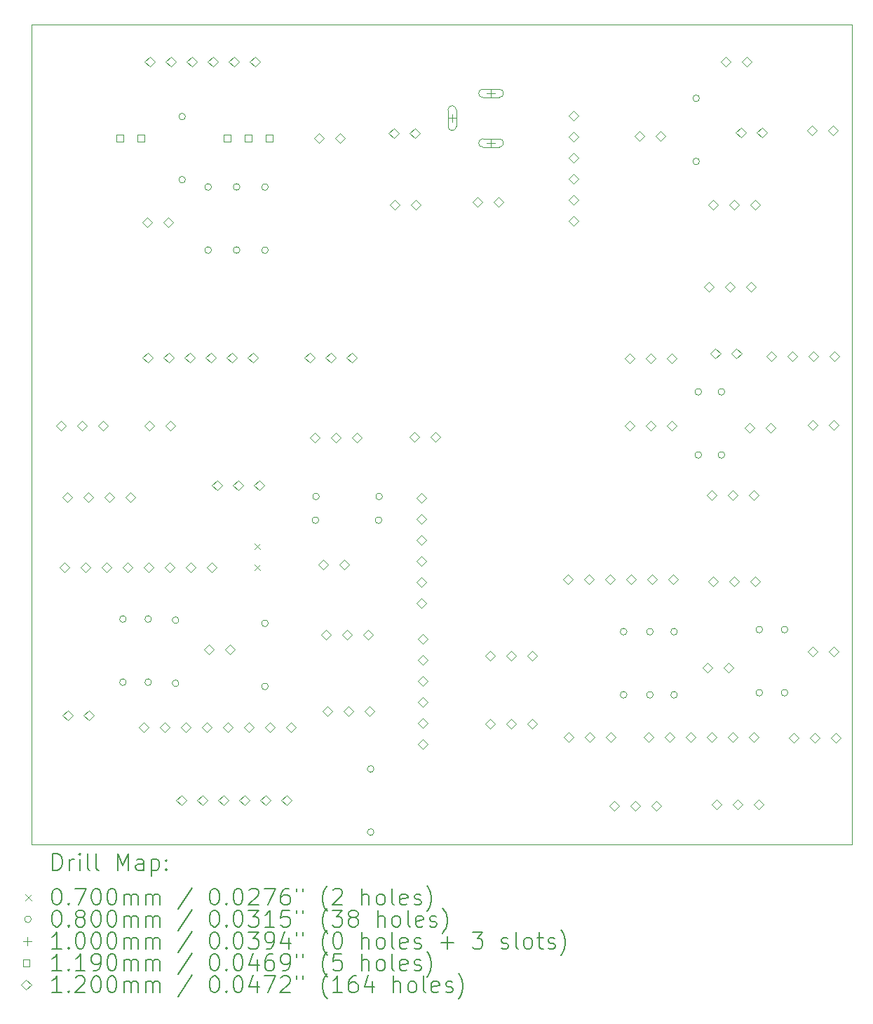
<source format=gbr>
%TF.GenerationSoftware,KiCad,Pcbnew,8.0.7*%
%TF.CreationDate,2025-03-12T18:52:17+10:00*%
%TF.ProjectId,OH - Upper Mixed Small PCBs,4f48202d-2055-4707-9065-72204d697865,rev?*%
%TF.SameCoordinates,Original*%
%TF.FileFunction,Drillmap*%
%TF.FilePolarity,Positive*%
%FSLAX45Y45*%
G04 Gerber Fmt 4.5, Leading zero omitted, Abs format (unit mm)*
G04 Created by KiCad (PCBNEW 8.0.7) date 2025-03-12 18:52:17*
%MOMM*%
%LPD*%
G01*
G04 APERTURE LIST*
%ADD10C,0.050000*%
%ADD11C,0.200000*%
%ADD12C,0.100000*%
%ADD13C,0.119000*%
%ADD14C,0.120000*%
G04 APERTURE END LIST*
D10*
X9829800Y-14871700D02*
X9829800Y-4978400D01*
X19735800Y-14871700D02*
X9829800Y-14871700D01*
X19735800Y-4978400D02*
X19735800Y-14871700D01*
X9829800Y-4978400D02*
X19735800Y-4978400D01*
D11*
D12*
X12525300Y-11242600D02*
X12595300Y-11312600D01*
X12595300Y-11242600D02*
X12525300Y-11312600D01*
X12525300Y-11496600D02*
X12595300Y-11566600D01*
X12595300Y-11496600D02*
X12525300Y-11566600D01*
X10974700Y-12153900D02*
G75*
G02*
X10894700Y-12153900I-40000J0D01*
G01*
X10894700Y-12153900D02*
G75*
G02*
X10974700Y-12153900I40000J0D01*
G01*
X10974700Y-12915900D02*
G75*
G02*
X10894700Y-12915900I-40000J0D01*
G01*
X10894700Y-12915900D02*
G75*
G02*
X10974700Y-12915900I40000J0D01*
G01*
X11279500Y-12153900D02*
G75*
G02*
X11199500Y-12153900I-40000J0D01*
G01*
X11199500Y-12153900D02*
G75*
G02*
X11279500Y-12153900I40000J0D01*
G01*
X11279500Y-12915900D02*
G75*
G02*
X11199500Y-12915900I-40000J0D01*
G01*
X11199500Y-12915900D02*
G75*
G02*
X11279500Y-12915900I40000J0D01*
G01*
X11609700Y-12166600D02*
G75*
G02*
X11529700Y-12166600I-40000J0D01*
G01*
X11529700Y-12166600D02*
G75*
G02*
X11609700Y-12166600I40000J0D01*
G01*
X11609700Y-12928600D02*
G75*
G02*
X11529700Y-12928600I-40000J0D01*
G01*
X11529700Y-12928600D02*
G75*
G02*
X11609700Y-12928600I40000J0D01*
G01*
X11690000Y-6088000D02*
G75*
G02*
X11610000Y-6088000I-40000J0D01*
G01*
X11610000Y-6088000D02*
G75*
G02*
X11690000Y-6088000I40000J0D01*
G01*
X11690000Y-6850000D02*
G75*
G02*
X11610000Y-6850000I-40000J0D01*
G01*
X11610000Y-6850000D02*
G75*
G02*
X11690000Y-6850000I40000J0D01*
G01*
X12003400Y-6938000D02*
G75*
G02*
X11923400Y-6938000I-40000J0D01*
G01*
X11923400Y-6938000D02*
G75*
G02*
X12003400Y-6938000I40000J0D01*
G01*
X12003400Y-7700000D02*
G75*
G02*
X11923400Y-7700000I-40000J0D01*
G01*
X11923400Y-7700000D02*
G75*
G02*
X12003400Y-7700000I40000J0D01*
G01*
X12346700Y-6938000D02*
G75*
G02*
X12266700Y-6938000I-40000J0D01*
G01*
X12266700Y-6938000D02*
G75*
G02*
X12346700Y-6938000I40000J0D01*
G01*
X12346700Y-7700000D02*
G75*
G02*
X12266700Y-7700000I-40000J0D01*
G01*
X12266700Y-7700000D02*
G75*
G02*
X12346700Y-7700000I40000J0D01*
G01*
X12689200Y-12204700D02*
G75*
G02*
X12609200Y-12204700I-40000J0D01*
G01*
X12609200Y-12204700D02*
G75*
G02*
X12689200Y-12204700I40000J0D01*
G01*
X12689200Y-12966700D02*
G75*
G02*
X12609200Y-12966700I-40000J0D01*
G01*
X12609200Y-12966700D02*
G75*
G02*
X12689200Y-12966700I40000J0D01*
G01*
X12690000Y-6938000D02*
G75*
G02*
X12610000Y-6938000I-40000J0D01*
G01*
X12610000Y-6938000D02*
G75*
G02*
X12690000Y-6938000I40000J0D01*
G01*
X12690000Y-7700000D02*
G75*
G02*
X12610000Y-7700000I-40000J0D01*
G01*
X12610000Y-7700000D02*
G75*
G02*
X12690000Y-7700000I40000J0D01*
G01*
X13298800Y-10960100D02*
G75*
G02*
X13218800Y-10960100I-40000J0D01*
G01*
X13218800Y-10960100D02*
G75*
G02*
X13298800Y-10960100I40000J0D01*
G01*
X13305200Y-10674400D02*
G75*
G02*
X13225200Y-10674400I-40000J0D01*
G01*
X13225200Y-10674400D02*
G75*
G02*
X13305200Y-10674400I40000J0D01*
G01*
X13965600Y-13963600D02*
G75*
G02*
X13885600Y-13963600I-40000J0D01*
G01*
X13885600Y-13963600D02*
G75*
G02*
X13965600Y-13963600I40000J0D01*
G01*
X13965600Y-14725600D02*
G75*
G02*
X13885600Y-14725600I-40000J0D01*
G01*
X13885600Y-14725600D02*
G75*
G02*
X13965600Y-14725600I40000J0D01*
G01*
X14060800Y-10960100D02*
G75*
G02*
X13980800Y-10960100I-40000J0D01*
G01*
X13980800Y-10960100D02*
G75*
G02*
X14060800Y-10960100I40000J0D01*
G01*
X14067200Y-10674400D02*
G75*
G02*
X13987200Y-10674400I-40000J0D01*
G01*
X13987200Y-10674400D02*
G75*
G02*
X14067200Y-10674400I40000J0D01*
G01*
X17020100Y-12306300D02*
G75*
G02*
X16940100Y-12306300I-40000J0D01*
G01*
X16940100Y-12306300D02*
G75*
G02*
X17020100Y-12306300I40000J0D01*
G01*
X17020100Y-13068300D02*
G75*
G02*
X16940100Y-13068300I-40000J0D01*
G01*
X16940100Y-13068300D02*
G75*
G02*
X17020100Y-13068300I40000J0D01*
G01*
X17337400Y-12306300D02*
G75*
G02*
X17257400Y-12306300I-40000J0D01*
G01*
X17257400Y-12306300D02*
G75*
G02*
X17337400Y-12306300I40000J0D01*
G01*
X17337400Y-13068300D02*
G75*
G02*
X17257400Y-13068300I-40000J0D01*
G01*
X17257400Y-13068300D02*
G75*
G02*
X17337400Y-13068300I40000J0D01*
G01*
X17629500Y-12306300D02*
G75*
G02*
X17549500Y-12306300I-40000J0D01*
G01*
X17549500Y-12306300D02*
G75*
G02*
X17629500Y-12306300I40000J0D01*
G01*
X17629500Y-13068300D02*
G75*
G02*
X17549500Y-13068300I-40000J0D01*
G01*
X17549500Y-13068300D02*
G75*
G02*
X17629500Y-13068300I40000J0D01*
G01*
X17896200Y-5867400D02*
G75*
G02*
X17816200Y-5867400I-40000J0D01*
G01*
X17816200Y-5867400D02*
G75*
G02*
X17896200Y-5867400I40000J0D01*
G01*
X17896200Y-6629400D02*
G75*
G02*
X17816200Y-6629400I-40000J0D01*
G01*
X17816200Y-6629400D02*
G75*
G02*
X17896200Y-6629400I40000J0D01*
G01*
X17921600Y-9410700D02*
G75*
G02*
X17841600Y-9410700I-40000J0D01*
G01*
X17841600Y-9410700D02*
G75*
G02*
X17921600Y-9410700I40000J0D01*
G01*
X17921600Y-10172700D02*
G75*
G02*
X17841600Y-10172700I-40000J0D01*
G01*
X17841600Y-10172700D02*
G75*
G02*
X17921600Y-10172700I40000J0D01*
G01*
X18201000Y-9410700D02*
G75*
G02*
X18121000Y-9410700I-40000J0D01*
G01*
X18121000Y-9410700D02*
G75*
G02*
X18201000Y-9410700I40000J0D01*
G01*
X18201000Y-10172700D02*
G75*
G02*
X18121000Y-10172700I-40000J0D01*
G01*
X18121000Y-10172700D02*
G75*
G02*
X18201000Y-10172700I40000J0D01*
G01*
X18658200Y-12280900D02*
G75*
G02*
X18578200Y-12280900I-40000J0D01*
G01*
X18578200Y-12280900D02*
G75*
G02*
X18658200Y-12280900I40000J0D01*
G01*
X18658200Y-13042900D02*
G75*
G02*
X18578200Y-13042900I-40000J0D01*
G01*
X18578200Y-13042900D02*
G75*
G02*
X18658200Y-13042900I40000J0D01*
G01*
X18963000Y-12280900D02*
G75*
G02*
X18883000Y-12280900I-40000J0D01*
G01*
X18883000Y-12280900D02*
G75*
G02*
X18963000Y-12280900I40000J0D01*
G01*
X18963000Y-13042900D02*
G75*
G02*
X18883000Y-13042900I-40000J0D01*
G01*
X18883000Y-13042900D02*
G75*
G02*
X18963000Y-13042900I40000J0D01*
G01*
X14909700Y-6057150D02*
X14909700Y-6157150D01*
X14859700Y-6107150D02*
X14959700Y-6107150D01*
X14859700Y-6007150D02*
X14859700Y-6207150D01*
X14959700Y-6207150D02*
G75*
G02*
X14859700Y-6207150I-50000J0D01*
G01*
X14959700Y-6207150D02*
X14959700Y-6007150D01*
X14959700Y-6007150D02*
G75*
G03*
X14859700Y-6007150I-50000J0D01*
G01*
X15379700Y-5757150D02*
X15379700Y-5857150D01*
X15329700Y-5807150D02*
X15429700Y-5807150D01*
X15479700Y-5757150D02*
X15279700Y-5757150D01*
X15279700Y-5857150D02*
G75*
G02*
X15279700Y-5757150I0J50000D01*
G01*
X15279700Y-5857150D02*
X15479700Y-5857150D01*
X15479700Y-5857150D02*
G75*
G03*
X15479700Y-5757150I0J50000D01*
G01*
X15379700Y-6357150D02*
X15379700Y-6457150D01*
X15329700Y-6407150D02*
X15429700Y-6407150D01*
X15479700Y-6357150D02*
X15279700Y-6357150D01*
X15279700Y-6457150D02*
G75*
G02*
X15279700Y-6357150I0J50000D01*
G01*
X15279700Y-6457150D02*
X15479700Y-6457150D01*
X15479700Y-6457150D02*
G75*
G03*
X15479700Y-6357150I0J50000D01*
G01*
D13*
X10942073Y-6392073D02*
X10942073Y-6307927D01*
X10857927Y-6307927D01*
X10857927Y-6392073D01*
X10942073Y-6392073D01*
X11196073Y-6392073D02*
X11196073Y-6307927D01*
X11111927Y-6307927D01*
X11111927Y-6392073D01*
X11196073Y-6392073D01*
X12238073Y-6392073D02*
X12238073Y-6307927D01*
X12153927Y-6307927D01*
X12153927Y-6392073D01*
X12238073Y-6392073D01*
X12492073Y-6392073D02*
X12492073Y-6307927D01*
X12407927Y-6307927D01*
X12407927Y-6392073D01*
X12492073Y-6392073D01*
X12746073Y-6392073D02*
X12746073Y-6307927D01*
X12661927Y-6307927D01*
X12661927Y-6392073D01*
X12746073Y-6392073D01*
D14*
X10185400Y-9883450D02*
X10245400Y-9823450D01*
X10185400Y-9763450D01*
X10125400Y-9823450D01*
X10185400Y-9883450D01*
X10229800Y-11591600D02*
X10289800Y-11531600D01*
X10229800Y-11471600D01*
X10169800Y-11531600D01*
X10229800Y-11591600D01*
X10261600Y-10740700D02*
X10321600Y-10680700D01*
X10261600Y-10620700D01*
X10201600Y-10680700D01*
X10261600Y-10740700D01*
X10268000Y-13376000D02*
X10328000Y-13316000D01*
X10268000Y-13256000D01*
X10208000Y-13316000D01*
X10268000Y-13376000D01*
X10439400Y-9883450D02*
X10499400Y-9823450D01*
X10439400Y-9763450D01*
X10379400Y-9823450D01*
X10439400Y-9883450D01*
X10483800Y-11591600D02*
X10543800Y-11531600D01*
X10483800Y-11471600D01*
X10423800Y-11531600D01*
X10483800Y-11591600D01*
X10515600Y-10740700D02*
X10575600Y-10680700D01*
X10515600Y-10620700D01*
X10455600Y-10680700D01*
X10515600Y-10740700D01*
X10522000Y-13376000D02*
X10582000Y-13316000D01*
X10522000Y-13256000D01*
X10462000Y-13316000D01*
X10522000Y-13376000D01*
X10693400Y-9883450D02*
X10753400Y-9823450D01*
X10693400Y-9763450D01*
X10633400Y-9823450D01*
X10693400Y-9883450D01*
X10737800Y-11591600D02*
X10797800Y-11531600D01*
X10737800Y-11471600D01*
X10677800Y-11531600D01*
X10737800Y-11591600D01*
X10769600Y-10740700D02*
X10829600Y-10680700D01*
X10769600Y-10620700D01*
X10709600Y-10680700D01*
X10769600Y-10740700D01*
X10991800Y-11591600D02*
X11051800Y-11531600D01*
X10991800Y-11471600D01*
X10931800Y-11531600D01*
X10991800Y-11591600D01*
X11023600Y-10740700D02*
X11083600Y-10680700D01*
X11023600Y-10620700D01*
X10963600Y-10680700D01*
X11023600Y-10740700D01*
X11188700Y-13522000D02*
X11248700Y-13462000D01*
X11188700Y-13402000D01*
X11128700Y-13462000D01*
X11188700Y-13522000D01*
X11226800Y-7426000D02*
X11286800Y-7366000D01*
X11226800Y-7306000D01*
X11166800Y-7366000D01*
X11226800Y-7426000D01*
X11233200Y-9057950D02*
X11293200Y-8997950D01*
X11233200Y-8937950D01*
X11173200Y-8997950D01*
X11233200Y-9057950D01*
X11245800Y-11591600D02*
X11305800Y-11531600D01*
X11245800Y-11471600D01*
X11185800Y-11531600D01*
X11245800Y-11591600D01*
X11252200Y-9877100D02*
X11312200Y-9817100D01*
X11252200Y-9757100D01*
X11192200Y-9817100D01*
X11252200Y-9877100D01*
X11258600Y-5482900D02*
X11318600Y-5422900D01*
X11258600Y-5362900D01*
X11198600Y-5422900D01*
X11258600Y-5482900D01*
X11442700Y-13522000D02*
X11502700Y-13462000D01*
X11442700Y-13402000D01*
X11382700Y-13462000D01*
X11442700Y-13522000D01*
X11480800Y-7426000D02*
X11540800Y-7366000D01*
X11480800Y-7306000D01*
X11420800Y-7366000D01*
X11480800Y-7426000D01*
X11487200Y-9057950D02*
X11547200Y-8997950D01*
X11487200Y-8937950D01*
X11427200Y-8997950D01*
X11487200Y-9057950D01*
X11499800Y-11591600D02*
X11559800Y-11531600D01*
X11499800Y-11471600D01*
X11439800Y-11531600D01*
X11499800Y-11591600D01*
X11506200Y-9877100D02*
X11566200Y-9817100D01*
X11506200Y-9757100D01*
X11446200Y-9817100D01*
X11506200Y-9877100D01*
X11512600Y-5482900D02*
X11572600Y-5422900D01*
X11512600Y-5362900D01*
X11452600Y-5422900D01*
X11512600Y-5482900D01*
X11639600Y-14398300D02*
X11699600Y-14338300D01*
X11639600Y-14278300D01*
X11579600Y-14338300D01*
X11639600Y-14398300D01*
X11696700Y-13522000D02*
X11756700Y-13462000D01*
X11696700Y-13402000D01*
X11636700Y-13462000D01*
X11696700Y-13522000D01*
X11741200Y-9057950D02*
X11801200Y-8997950D01*
X11741200Y-8937950D01*
X11681200Y-8997950D01*
X11741200Y-9057950D01*
X11753800Y-11591600D02*
X11813800Y-11531600D01*
X11753800Y-11471600D01*
X11693800Y-11531600D01*
X11753800Y-11591600D01*
X11766600Y-5482900D02*
X11826600Y-5422900D01*
X11766600Y-5362900D01*
X11706600Y-5422900D01*
X11766600Y-5482900D01*
X11893600Y-14398300D02*
X11953600Y-14338300D01*
X11893600Y-14278300D01*
X11833600Y-14338300D01*
X11893600Y-14398300D01*
X11950700Y-13522000D02*
X12010700Y-13462000D01*
X11950700Y-13402000D01*
X11890700Y-13462000D01*
X11950700Y-13522000D01*
X11976100Y-12582200D02*
X12036100Y-12522200D01*
X11976100Y-12462200D01*
X11916100Y-12522200D01*
X11976100Y-12582200D01*
X11995200Y-9057950D02*
X12055200Y-8997950D01*
X11995200Y-8937950D01*
X11935200Y-8997950D01*
X11995200Y-9057950D01*
X12007800Y-11591600D02*
X12067800Y-11531600D01*
X12007800Y-11471600D01*
X11947800Y-11531600D01*
X12007800Y-11591600D01*
X12020600Y-5482900D02*
X12080600Y-5422900D01*
X12020600Y-5362900D01*
X11960600Y-5422900D01*
X12020600Y-5482900D01*
X12071400Y-10601000D02*
X12131400Y-10541000D01*
X12071400Y-10481000D01*
X12011400Y-10541000D01*
X12071400Y-10601000D01*
X12147600Y-14398300D02*
X12207600Y-14338300D01*
X12147600Y-14278300D01*
X12087600Y-14338300D01*
X12147600Y-14398300D01*
X12204700Y-13522000D02*
X12264700Y-13462000D01*
X12204700Y-13402000D01*
X12144700Y-13462000D01*
X12204700Y-13522000D01*
X12230100Y-12582200D02*
X12290100Y-12522200D01*
X12230100Y-12462200D01*
X12170100Y-12522200D01*
X12230100Y-12582200D01*
X12249200Y-9057950D02*
X12309200Y-8997950D01*
X12249200Y-8937950D01*
X12189200Y-8997950D01*
X12249200Y-9057950D01*
X12274600Y-5482900D02*
X12334600Y-5422900D01*
X12274600Y-5362900D01*
X12214600Y-5422900D01*
X12274600Y-5482900D01*
X12325400Y-10601000D02*
X12385400Y-10541000D01*
X12325400Y-10481000D01*
X12265400Y-10541000D01*
X12325400Y-10601000D01*
X12401600Y-14398300D02*
X12461600Y-14338300D01*
X12401600Y-14278300D01*
X12341600Y-14338300D01*
X12401600Y-14398300D01*
X12458700Y-13522000D02*
X12518700Y-13462000D01*
X12458700Y-13402000D01*
X12398700Y-13462000D01*
X12458700Y-13522000D01*
X12503200Y-9057950D02*
X12563200Y-8997950D01*
X12503200Y-8937950D01*
X12443200Y-8997950D01*
X12503200Y-9057950D01*
X12528600Y-5482900D02*
X12588600Y-5422900D01*
X12528600Y-5362900D01*
X12468600Y-5422900D01*
X12528600Y-5482900D01*
X12579400Y-10601000D02*
X12639400Y-10541000D01*
X12579400Y-10481000D01*
X12519400Y-10541000D01*
X12579400Y-10601000D01*
X12655600Y-14398300D02*
X12715600Y-14338300D01*
X12655600Y-14278300D01*
X12595600Y-14338300D01*
X12655600Y-14398300D01*
X12712700Y-13522000D02*
X12772700Y-13462000D01*
X12712700Y-13402000D01*
X12652700Y-13462000D01*
X12712700Y-13522000D01*
X12909600Y-14398300D02*
X12969600Y-14338300D01*
X12909600Y-14278300D01*
X12849600Y-14338300D01*
X12909600Y-14398300D01*
X12966700Y-13522000D02*
X13026700Y-13462000D01*
X12966700Y-13402000D01*
X12906700Y-13462000D01*
X12966700Y-13522000D01*
X13189000Y-9057950D02*
X13249000Y-8997950D01*
X13189000Y-8937950D01*
X13129000Y-8997950D01*
X13189000Y-9057950D01*
X13252400Y-10023150D02*
X13312400Y-9963150D01*
X13252400Y-9903150D01*
X13192400Y-9963150D01*
X13252400Y-10023150D01*
X13303200Y-6410000D02*
X13363200Y-6350000D01*
X13303200Y-6290000D01*
X13243200Y-6350000D01*
X13303200Y-6410000D01*
X13354000Y-11559800D02*
X13414000Y-11499800D01*
X13354000Y-11439800D01*
X13294000Y-11499800D01*
X13354000Y-11559800D01*
X13385800Y-12404400D02*
X13445800Y-12344400D01*
X13385800Y-12284400D01*
X13325800Y-12344400D01*
X13385800Y-12404400D01*
X13404800Y-13325200D02*
X13464800Y-13265200D01*
X13404800Y-13205200D01*
X13344800Y-13265200D01*
X13404800Y-13325200D01*
X13443000Y-9057950D02*
X13503000Y-8997950D01*
X13443000Y-8937950D01*
X13383000Y-8997950D01*
X13443000Y-9057950D01*
X13506400Y-10023150D02*
X13566400Y-9963150D01*
X13506400Y-9903150D01*
X13446400Y-9963150D01*
X13506400Y-10023150D01*
X13557200Y-6410000D02*
X13617200Y-6350000D01*
X13557200Y-6290000D01*
X13497200Y-6350000D01*
X13557200Y-6410000D01*
X13608000Y-11559800D02*
X13668000Y-11499800D01*
X13608000Y-11439800D01*
X13548000Y-11499800D01*
X13608000Y-11559800D01*
X13639800Y-12404400D02*
X13699800Y-12344400D01*
X13639800Y-12284400D01*
X13579800Y-12344400D01*
X13639800Y-12404400D01*
X13658800Y-13325200D02*
X13718800Y-13265200D01*
X13658800Y-13205200D01*
X13598800Y-13265200D01*
X13658800Y-13325200D01*
X13697000Y-9057950D02*
X13757000Y-8997950D01*
X13697000Y-8937950D01*
X13637000Y-8997950D01*
X13697000Y-9057950D01*
X13760400Y-10023150D02*
X13820400Y-9963150D01*
X13760400Y-9903150D01*
X13700400Y-9963150D01*
X13760400Y-10023150D01*
X13893800Y-12404400D02*
X13953800Y-12344400D01*
X13893800Y-12284400D01*
X13833800Y-12344400D01*
X13893800Y-12404400D01*
X13912800Y-13325200D02*
X13972800Y-13265200D01*
X13912800Y-13205200D01*
X13852800Y-13265200D01*
X13912800Y-13325200D01*
X14205000Y-6352850D02*
X14265000Y-6292850D01*
X14205000Y-6232850D01*
X14145000Y-6292850D01*
X14205000Y-6352850D01*
X14217600Y-7210100D02*
X14277600Y-7150100D01*
X14217600Y-7090100D01*
X14157600Y-7150100D01*
X14217600Y-7210100D01*
X14452600Y-10016800D02*
X14512600Y-9956800D01*
X14452600Y-9896800D01*
X14392600Y-9956800D01*
X14452600Y-10016800D01*
X14459000Y-6352850D02*
X14519000Y-6292850D01*
X14459000Y-6232850D01*
X14399000Y-6292850D01*
X14459000Y-6352850D01*
X14471600Y-7210100D02*
X14531600Y-7150100D01*
X14471600Y-7090100D01*
X14411600Y-7150100D01*
X14471600Y-7210100D01*
X14541500Y-10753400D02*
X14601500Y-10693400D01*
X14541500Y-10633400D01*
X14481500Y-10693400D01*
X14541500Y-10753400D01*
X14541500Y-11007400D02*
X14601500Y-10947400D01*
X14541500Y-10887400D01*
X14481500Y-10947400D01*
X14541500Y-11007400D01*
X14541500Y-11261400D02*
X14601500Y-11201400D01*
X14541500Y-11141400D01*
X14481500Y-11201400D01*
X14541500Y-11261400D01*
X14541500Y-11515400D02*
X14601500Y-11455400D01*
X14541500Y-11395400D01*
X14481500Y-11455400D01*
X14541500Y-11515400D01*
X14541500Y-11769400D02*
X14601500Y-11709400D01*
X14541500Y-11649400D01*
X14481500Y-11709400D01*
X14541500Y-11769400D01*
X14541500Y-12023400D02*
X14601500Y-11963400D01*
X14541500Y-11903400D01*
X14481500Y-11963400D01*
X14541500Y-12023400D01*
X14554200Y-12455200D02*
X14614200Y-12395200D01*
X14554200Y-12335200D01*
X14494200Y-12395200D01*
X14554200Y-12455200D01*
X14554200Y-12709200D02*
X14614200Y-12649200D01*
X14554200Y-12589200D01*
X14494200Y-12649200D01*
X14554200Y-12709200D01*
X14554200Y-12963200D02*
X14614200Y-12903200D01*
X14554200Y-12843200D01*
X14494200Y-12903200D01*
X14554200Y-12963200D01*
X14554200Y-13217200D02*
X14614200Y-13157200D01*
X14554200Y-13097200D01*
X14494200Y-13157200D01*
X14554200Y-13217200D01*
X14554200Y-13471200D02*
X14614200Y-13411200D01*
X14554200Y-13351200D01*
X14494200Y-13411200D01*
X14554200Y-13471200D01*
X14554200Y-13725200D02*
X14614200Y-13665200D01*
X14554200Y-13605200D01*
X14494200Y-13665200D01*
X14554200Y-13725200D01*
X14706600Y-10016800D02*
X14766600Y-9956800D01*
X14706600Y-9896800D01*
X14646600Y-9956800D01*
X14706600Y-10016800D01*
X15214600Y-7178350D02*
X15274600Y-7118350D01*
X15214600Y-7058350D01*
X15154600Y-7118350D01*
X15214600Y-7178350D01*
X15368400Y-12658400D02*
X15428400Y-12598400D01*
X15368400Y-12538400D01*
X15308400Y-12598400D01*
X15368400Y-12658400D01*
X15368400Y-13477600D02*
X15428400Y-13417600D01*
X15368400Y-13357600D01*
X15308400Y-13417600D01*
X15368400Y-13477600D01*
X15468600Y-7178350D02*
X15528600Y-7118350D01*
X15468600Y-7058350D01*
X15408600Y-7118350D01*
X15468600Y-7178350D01*
X15622400Y-12658400D02*
X15682400Y-12598400D01*
X15622400Y-12538400D01*
X15562400Y-12598400D01*
X15622400Y-12658400D01*
X15622400Y-13477600D02*
X15682400Y-13417600D01*
X15622400Y-13357600D01*
X15562400Y-13417600D01*
X15622400Y-13477600D01*
X15876400Y-12658400D02*
X15936400Y-12598400D01*
X15876400Y-12538400D01*
X15816400Y-12598400D01*
X15876400Y-12658400D01*
X15876400Y-13477600D02*
X15936400Y-13417600D01*
X15876400Y-13357600D01*
X15816400Y-13417600D01*
X15876400Y-13477600D01*
X16306800Y-11737600D02*
X16366800Y-11677600D01*
X16306800Y-11617600D01*
X16246800Y-11677600D01*
X16306800Y-11737600D01*
X16319500Y-13636300D02*
X16379500Y-13576300D01*
X16319500Y-13516300D01*
X16259500Y-13576300D01*
X16319500Y-13636300D01*
X16376600Y-6136950D02*
X16436600Y-6076950D01*
X16376600Y-6016950D01*
X16316600Y-6076950D01*
X16376600Y-6136950D01*
X16376600Y-6390950D02*
X16436600Y-6330950D01*
X16376600Y-6270950D01*
X16316600Y-6330950D01*
X16376600Y-6390950D01*
X16376600Y-6644950D02*
X16436600Y-6584950D01*
X16376600Y-6524950D01*
X16316600Y-6584950D01*
X16376600Y-6644950D01*
X16376600Y-6898950D02*
X16436600Y-6838950D01*
X16376600Y-6778950D01*
X16316600Y-6838950D01*
X16376600Y-6898950D01*
X16376600Y-7152950D02*
X16436600Y-7092950D01*
X16376600Y-7032950D01*
X16316600Y-7092950D01*
X16376600Y-7152950D01*
X16376600Y-7406950D02*
X16436600Y-7346950D01*
X16376600Y-7286950D01*
X16316600Y-7346950D01*
X16376600Y-7406950D01*
X16560800Y-11737600D02*
X16620800Y-11677600D01*
X16560800Y-11617600D01*
X16500800Y-11677600D01*
X16560800Y-11737600D01*
X16573500Y-13636300D02*
X16633500Y-13576300D01*
X16573500Y-13516300D01*
X16513500Y-13576300D01*
X16573500Y-13636300D01*
X16814800Y-11737600D02*
X16874800Y-11677600D01*
X16814800Y-11617600D01*
X16754800Y-11677600D01*
X16814800Y-11737600D01*
X16827500Y-13636300D02*
X16887500Y-13576300D01*
X16827500Y-13516300D01*
X16767500Y-13576300D01*
X16827500Y-13636300D01*
X16865600Y-14468200D02*
X16925600Y-14408200D01*
X16865600Y-14348200D01*
X16805600Y-14408200D01*
X16865600Y-14468200D01*
X17051200Y-9070650D02*
X17111200Y-9010650D01*
X17051200Y-8950650D01*
X16991200Y-9010650D01*
X17051200Y-9070650D01*
X17051200Y-9883450D02*
X17111200Y-9823450D01*
X17051200Y-9763450D01*
X16991200Y-9823450D01*
X17051200Y-9883450D01*
X17068800Y-11737600D02*
X17128800Y-11677600D01*
X17068800Y-11617600D01*
X17008800Y-11677600D01*
X17068800Y-11737600D01*
X17119600Y-14468200D02*
X17179600Y-14408200D01*
X17119600Y-14348200D01*
X17059600Y-14408200D01*
X17119600Y-14468200D01*
X17170400Y-6384600D02*
X17230400Y-6324600D01*
X17170400Y-6264600D01*
X17110400Y-6324600D01*
X17170400Y-6384600D01*
X17284700Y-13642600D02*
X17344700Y-13582600D01*
X17284700Y-13522600D01*
X17224700Y-13582600D01*
X17284700Y-13642600D01*
X17305200Y-9070650D02*
X17365200Y-9010650D01*
X17305200Y-8950650D01*
X17245200Y-9010650D01*
X17305200Y-9070650D01*
X17305200Y-9883450D02*
X17365200Y-9823450D01*
X17305200Y-9763450D01*
X17245200Y-9823450D01*
X17305200Y-9883450D01*
X17322800Y-11737600D02*
X17382800Y-11677600D01*
X17322800Y-11617600D01*
X17262800Y-11677600D01*
X17322800Y-11737600D01*
X17373600Y-14468200D02*
X17433600Y-14408200D01*
X17373600Y-14348200D01*
X17313600Y-14408200D01*
X17373600Y-14468200D01*
X17424400Y-6384600D02*
X17484400Y-6324600D01*
X17424400Y-6264600D01*
X17364400Y-6324600D01*
X17424400Y-6384600D01*
X17538700Y-13642600D02*
X17598700Y-13582600D01*
X17538700Y-13522600D01*
X17478700Y-13582600D01*
X17538700Y-13642600D01*
X17559200Y-9070650D02*
X17619200Y-9010650D01*
X17559200Y-8950650D01*
X17499200Y-9010650D01*
X17559200Y-9070650D01*
X17559200Y-9883450D02*
X17619200Y-9823450D01*
X17559200Y-9763450D01*
X17499200Y-9823450D01*
X17559200Y-9883450D01*
X17576800Y-11737600D02*
X17636800Y-11677600D01*
X17576800Y-11617600D01*
X17516800Y-11677600D01*
X17576800Y-11737600D01*
X17792700Y-13642600D02*
X17852700Y-13582600D01*
X17792700Y-13522600D01*
X17732700Y-13582600D01*
X17792700Y-13642600D01*
X17995900Y-12798100D02*
X18055900Y-12738100D01*
X17995900Y-12678100D01*
X17935900Y-12738100D01*
X17995900Y-12798100D01*
X18008600Y-8200700D02*
X18068600Y-8140700D01*
X18008600Y-8080700D01*
X17948600Y-8140700D01*
X18008600Y-8200700D01*
X18046700Y-10715300D02*
X18106700Y-10655300D01*
X18046700Y-10595300D01*
X17986700Y-10655300D01*
X18046700Y-10715300D01*
X18046700Y-13642600D02*
X18106700Y-13582600D01*
X18046700Y-13522600D01*
X17986700Y-13582600D01*
X18046700Y-13642600D01*
X18059400Y-7210100D02*
X18119400Y-7150100D01*
X18059400Y-7090100D01*
X17999400Y-7150100D01*
X18059400Y-7210100D01*
X18059400Y-11756700D02*
X18119400Y-11696700D01*
X18059400Y-11636700D01*
X17999400Y-11696700D01*
X18059400Y-11756700D01*
X18089900Y-9005880D02*
X18149900Y-8945880D01*
X18089900Y-8885880D01*
X18029900Y-8945880D01*
X18089900Y-9005880D01*
X18103800Y-14449100D02*
X18163800Y-14389100D01*
X18103800Y-14329100D01*
X18043800Y-14389100D01*
X18103800Y-14449100D01*
X18211800Y-5489250D02*
X18271800Y-5429250D01*
X18211800Y-5369250D01*
X18151800Y-5429250D01*
X18211800Y-5489250D01*
X18249900Y-12798100D02*
X18309900Y-12738100D01*
X18249900Y-12678100D01*
X18189900Y-12738100D01*
X18249900Y-12798100D01*
X18262600Y-8200700D02*
X18322600Y-8140700D01*
X18262600Y-8080700D01*
X18202600Y-8140700D01*
X18262600Y-8200700D01*
X18300700Y-10715300D02*
X18360700Y-10655300D01*
X18300700Y-10595300D01*
X18240700Y-10655300D01*
X18300700Y-10715300D01*
X18300700Y-13642600D02*
X18360700Y-13582600D01*
X18300700Y-13522600D01*
X18240700Y-13582600D01*
X18300700Y-13642600D01*
X18313400Y-7210100D02*
X18373400Y-7150100D01*
X18313400Y-7090100D01*
X18253400Y-7150100D01*
X18313400Y-7210100D01*
X18313400Y-11756700D02*
X18373400Y-11696700D01*
X18313400Y-11636700D01*
X18253400Y-11696700D01*
X18313400Y-11756700D01*
X18343900Y-9005880D02*
X18403900Y-8945880D01*
X18343900Y-8885880D01*
X18283900Y-8945880D01*
X18343900Y-9005880D01*
X18357800Y-14449100D02*
X18417800Y-14389100D01*
X18357800Y-14329100D01*
X18297800Y-14389100D01*
X18357800Y-14449100D01*
X18396000Y-6340150D02*
X18456000Y-6280150D01*
X18396000Y-6220150D01*
X18336000Y-6280150D01*
X18396000Y-6340150D01*
X18465800Y-5489250D02*
X18525800Y-5429250D01*
X18465800Y-5369250D01*
X18405800Y-5429250D01*
X18465800Y-5489250D01*
X18503900Y-9902500D02*
X18563900Y-9842500D01*
X18503900Y-9782500D01*
X18443900Y-9842500D01*
X18503900Y-9902500D01*
X18516600Y-8200700D02*
X18576600Y-8140700D01*
X18516600Y-8080700D01*
X18456600Y-8140700D01*
X18516600Y-8200700D01*
X18554700Y-10715300D02*
X18614700Y-10655300D01*
X18554700Y-10595300D01*
X18494700Y-10655300D01*
X18554700Y-10715300D01*
X18554700Y-13642600D02*
X18614700Y-13582600D01*
X18554700Y-13522600D01*
X18494700Y-13582600D01*
X18554700Y-13642600D01*
X18567400Y-7210100D02*
X18627400Y-7150100D01*
X18567400Y-7090100D01*
X18507400Y-7150100D01*
X18567400Y-7210100D01*
X18567400Y-11756700D02*
X18627400Y-11696700D01*
X18567400Y-11636700D01*
X18507400Y-11696700D01*
X18567400Y-11756700D01*
X18611800Y-14449100D02*
X18671800Y-14389100D01*
X18611800Y-14329100D01*
X18551800Y-14389100D01*
X18611800Y-14449100D01*
X18650000Y-6340150D02*
X18710000Y-6280150D01*
X18650000Y-6220150D01*
X18590000Y-6280150D01*
X18650000Y-6340150D01*
X18757900Y-9902500D02*
X18817900Y-9842500D01*
X18757900Y-9782500D01*
X18697900Y-9842500D01*
X18757900Y-9902500D01*
X18765500Y-9041440D02*
X18825500Y-8981440D01*
X18765500Y-8921440D01*
X18705500Y-8981440D01*
X18765500Y-9041440D01*
X19019500Y-9041440D02*
X19079500Y-8981440D01*
X19019500Y-8921440D01*
X18959500Y-8981440D01*
X19019500Y-9041440D01*
X19037300Y-13649000D02*
X19097300Y-13589000D01*
X19037300Y-13529000D01*
X18977300Y-13589000D01*
X19037300Y-13649000D01*
X19253200Y-6313480D02*
X19313200Y-6253480D01*
X19253200Y-6193480D01*
X19193200Y-6253480D01*
X19253200Y-6313480D01*
X19263400Y-9869480D02*
X19323400Y-9809480D01*
X19263400Y-9749480D01*
X19203400Y-9809480D01*
X19263400Y-9869480D01*
X19265900Y-12607600D02*
X19325900Y-12547600D01*
X19265900Y-12487600D01*
X19205900Y-12547600D01*
X19265900Y-12607600D01*
X19273500Y-9041440D02*
X19333500Y-8981440D01*
X19273500Y-8921440D01*
X19213500Y-8981440D01*
X19273500Y-9041440D01*
X19291300Y-13649000D02*
X19351300Y-13589000D01*
X19291300Y-13529000D01*
X19231300Y-13589000D01*
X19291300Y-13649000D01*
X19507200Y-6313480D02*
X19567200Y-6253480D01*
X19507200Y-6193480D01*
X19447200Y-6253480D01*
X19507200Y-6313480D01*
X19517400Y-9869480D02*
X19577400Y-9809480D01*
X19517400Y-9749480D01*
X19457400Y-9809480D01*
X19517400Y-9869480D01*
X19519900Y-12607600D02*
X19579900Y-12547600D01*
X19519900Y-12487600D01*
X19459900Y-12547600D01*
X19519900Y-12607600D01*
X19527500Y-9041440D02*
X19587500Y-8981440D01*
X19527500Y-8921440D01*
X19467500Y-8981440D01*
X19527500Y-9041440D01*
X19545300Y-13649000D02*
X19605300Y-13589000D01*
X19545300Y-13529000D01*
X19485300Y-13589000D01*
X19545300Y-13649000D01*
D11*
X10088077Y-15185684D02*
X10088077Y-14985684D01*
X10088077Y-14985684D02*
X10135696Y-14985684D01*
X10135696Y-14985684D02*
X10164267Y-14995208D01*
X10164267Y-14995208D02*
X10183315Y-15014255D01*
X10183315Y-15014255D02*
X10192839Y-15033303D01*
X10192839Y-15033303D02*
X10202363Y-15071398D01*
X10202363Y-15071398D02*
X10202363Y-15099969D01*
X10202363Y-15099969D02*
X10192839Y-15138065D01*
X10192839Y-15138065D02*
X10183315Y-15157112D01*
X10183315Y-15157112D02*
X10164267Y-15176160D01*
X10164267Y-15176160D02*
X10135696Y-15185684D01*
X10135696Y-15185684D02*
X10088077Y-15185684D01*
X10288077Y-15185684D02*
X10288077Y-15052350D01*
X10288077Y-15090446D02*
X10297601Y-15071398D01*
X10297601Y-15071398D02*
X10307124Y-15061874D01*
X10307124Y-15061874D02*
X10326172Y-15052350D01*
X10326172Y-15052350D02*
X10345220Y-15052350D01*
X10411886Y-15185684D02*
X10411886Y-15052350D01*
X10411886Y-14985684D02*
X10402363Y-14995208D01*
X10402363Y-14995208D02*
X10411886Y-15004731D01*
X10411886Y-15004731D02*
X10421410Y-14995208D01*
X10421410Y-14995208D02*
X10411886Y-14985684D01*
X10411886Y-14985684D02*
X10411886Y-15004731D01*
X10535696Y-15185684D02*
X10516648Y-15176160D01*
X10516648Y-15176160D02*
X10507124Y-15157112D01*
X10507124Y-15157112D02*
X10507124Y-14985684D01*
X10640458Y-15185684D02*
X10621410Y-15176160D01*
X10621410Y-15176160D02*
X10611886Y-15157112D01*
X10611886Y-15157112D02*
X10611886Y-14985684D01*
X10869029Y-15185684D02*
X10869029Y-14985684D01*
X10869029Y-14985684D02*
X10935696Y-15128541D01*
X10935696Y-15128541D02*
X11002363Y-14985684D01*
X11002363Y-14985684D02*
X11002363Y-15185684D01*
X11183315Y-15185684D02*
X11183315Y-15080922D01*
X11183315Y-15080922D02*
X11173791Y-15061874D01*
X11173791Y-15061874D02*
X11154744Y-15052350D01*
X11154744Y-15052350D02*
X11116648Y-15052350D01*
X11116648Y-15052350D02*
X11097601Y-15061874D01*
X11183315Y-15176160D02*
X11164267Y-15185684D01*
X11164267Y-15185684D02*
X11116648Y-15185684D01*
X11116648Y-15185684D02*
X11097601Y-15176160D01*
X11097601Y-15176160D02*
X11088077Y-15157112D01*
X11088077Y-15157112D02*
X11088077Y-15138065D01*
X11088077Y-15138065D02*
X11097601Y-15119017D01*
X11097601Y-15119017D02*
X11116648Y-15109493D01*
X11116648Y-15109493D02*
X11164267Y-15109493D01*
X11164267Y-15109493D02*
X11183315Y-15099969D01*
X11278553Y-15052350D02*
X11278553Y-15252350D01*
X11278553Y-15061874D02*
X11297601Y-15052350D01*
X11297601Y-15052350D02*
X11335696Y-15052350D01*
X11335696Y-15052350D02*
X11354743Y-15061874D01*
X11354743Y-15061874D02*
X11364267Y-15071398D01*
X11364267Y-15071398D02*
X11373791Y-15090446D01*
X11373791Y-15090446D02*
X11373791Y-15147588D01*
X11373791Y-15147588D02*
X11364267Y-15166636D01*
X11364267Y-15166636D02*
X11354743Y-15176160D01*
X11354743Y-15176160D02*
X11335696Y-15185684D01*
X11335696Y-15185684D02*
X11297601Y-15185684D01*
X11297601Y-15185684D02*
X11278553Y-15176160D01*
X11459505Y-15166636D02*
X11469029Y-15176160D01*
X11469029Y-15176160D02*
X11459505Y-15185684D01*
X11459505Y-15185684D02*
X11449982Y-15176160D01*
X11449982Y-15176160D02*
X11459505Y-15166636D01*
X11459505Y-15166636D02*
X11459505Y-15185684D01*
X11459505Y-15061874D02*
X11469029Y-15071398D01*
X11469029Y-15071398D02*
X11459505Y-15080922D01*
X11459505Y-15080922D02*
X11449982Y-15071398D01*
X11449982Y-15071398D02*
X11459505Y-15061874D01*
X11459505Y-15061874D02*
X11459505Y-15080922D01*
D12*
X9757300Y-15479200D02*
X9827300Y-15549200D01*
X9827300Y-15479200D02*
X9757300Y-15549200D01*
D11*
X10126172Y-15405684D02*
X10145220Y-15405684D01*
X10145220Y-15405684D02*
X10164267Y-15415208D01*
X10164267Y-15415208D02*
X10173791Y-15424731D01*
X10173791Y-15424731D02*
X10183315Y-15443779D01*
X10183315Y-15443779D02*
X10192839Y-15481874D01*
X10192839Y-15481874D02*
X10192839Y-15529493D01*
X10192839Y-15529493D02*
X10183315Y-15567588D01*
X10183315Y-15567588D02*
X10173791Y-15586636D01*
X10173791Y-15586636D02*
X10164267Y-15596160D01*
X10164267Y-15596160D02*
X10145220Y-15605684D01*
X10145220Y-15605684D02*
X10126172Y-15605684D01*
X10126172Y-15605684D02*
X10107124Y-15596160D01*
X10107124Y-15596160D02*
X10097601Y-15586636D01*
X10097601Y-15586636D02*
X10088077Y-15567588D01*
X10088077Y-15567588D02*
X10078553Y-15529493D01*
X10078553Y-15529493D02*
X10078553Y-15481874D01*
X10078553Y-15481874D02*
X10088077Y-15443779D01*
X10088077Y-15443779D02*
X10097601Y-15424731D01*
X10097601Y-15424731D02*
X10107124Y-15415208D01*
X10107124Y-15415208D02*
X10126172Y-15405684D01*
X10278553Y-15586636D02*
X10288077Y-15596160D01*
X10288077Y-15596160D02*
X10278553Y-15605684D01*
X10278553Y-15605684D02*
X10269029Y-15596160D01*
X10269029Y-15596160D02*
X10278553Y-15586636D01*
X10278553Y-15586636D02*
X10278553Y-15605684D01*
X10354744Y-15405684D02*
X10488077Y-15405684D01*
X10488077Y-15405684D02*
X10402363Y-15605684D01*
X10602363Y-15405684D02*
X10621410Y-15405684D01*
X10621410Y-15405684D02*
X10640458Y-15415208D01*
X10640458Y-15415208D02*
X10649982Y-15424731D01*
X10649982Y-15424731D02*
X10659505Y-15443779D01*
X10659505Y-15443779D02*
X10669029Y-15481874D01*
X10669029Y-15481874D02*
X10669029Y-15529493D01*
X10669029Y-15529493D02*
X10659505Y-15567588D01*
X10659505Y-15567588D02*
X10649982Y-15586636D01*
X10649982Y-15586636D02*
X10640458Y-15596160D01*
X10640458Y-15596160D02*
X10621410Y-15605684D01*
X10621410Y-15605684D02*
X10602363Y-15605684D01*
X10602363Y-15605684D02*
X10583315Y-15596160D01*
X10583315Y-15596160D02*
X10573791Y-15586636D01*
X10573791Y-15586636D02*
X10564267Y-15567588D01*
X10564267Y-15567588D02*
X10554744Y-15529493D01*
X10554744Y-15529493D02*
X10554744Y-15481874D01*
X10554744Y-15481874D02*
X10564267Y-15443779D01*
X10564267Y-15443779D02*
X10573791Y-15424731D01*
X10573791Y-15424731D02*
X10583315Y-15415208D01*
X10583315Y-15415208D02*
X10602363Y-15405684D01*
X10792839Y-15405684D02*
X10811886Y-15405684D01*
X10811886Y-15405684D02*
X10830934Y-15415208D01*
X10830934Y-15415208D02*
X10840458Y-15424731D01*
X10840458Y-15424731D02*
X10849982Y-15443779D01*
X10849982Y-15443779D02*
X10859505Y-15481874D01*
X10859505Y-15481874D02*
X10859505Y-15529493D01*
X10859505Y-15529493D02*
X10849982Y-15567588D01*
X10849982Y-15567588D02*
X10840458Y-15586636D01*
X10840458Y-15586636D02*
X10830934Y-15596160D01*
X10830934Y-15596160D02*
X10811886Y-15605684D01*
X10811886Y-15605684D02*
X10792839Y-15605684D01*
X10792839Y-15605684D02*
X10773791Y-15596160D01*
X10773791Y-15596160D02*
X10764267Y-15586636D01*
X10764267Y-15586636D02*
X10754744Y-15567588D01*
X10754744Y-15567588D02*
X10745220Y-15529493D01*
X10745220Y-15529493D02*
X10745220Y-15481874D01*
X10745220Y-15481874D02*
X10754744Y-15443779D01*
X10754744Y-15443779D02*
X10764267Y-15424731D01*
X10764267Y-15424731D02*
X10773791Y-15415208D01*
X10773791Y-15415208D02*
X10792839Y-15405684D01*
X10945220Y-15605684D02*
X10945220Y-15472350D01*
X10945220Y-15491398D02*
X10954744Y-15481874D01*
X10954744Y-15481874D02*
X10973791Y-15472350D01*
X10973791Y-15472350D02*
X11002363Y-15472350D01*
X11002363Y-15472350D02*
X11021410Y-15481874D01*
X11021410Y-15481874D02*
X11030934Y-15500922D01*
X11030934Y-15500922D02*
X11030934Y-15605684D01*
X11030934Y-15500922D02*
X11040458Y-15481874D01*
X11040458Y-15481874D02*
X11059505Y-15472350D01*
X11059505Y-15472350D02*
X11088077Y-15472350D01*
X11088077Y-15472350D02*
X11107125Y-15481874D01*
X11107125Y-15481874D02*
X11116648Y-15500922D01*
X11116648Y-15500922D02*
X11116648Y-15605684D01*
X11211886Y-15605684D02*
X11211886Y-15472350D01*
X11211886Y-15491398D02*
X11221410Y-15481874D01*
X11221410Y-15481874D02*
X11240458Y-15472350D01*
X11240458Y-15472350D02*
X11269029Y-15472350D01*
X11269029Y-15472350D02*
X11288077Y-15481874D01*
X11288077Y-15481874D02*
X11297601Y-15500922D01*
X11297601Y-15500922D02*
X11297601Y-15605684D01*
X11297601Y-15500922D02*
X11307124Y-15481874D01*
X11307124Y-15481874D02*
X11326172Y-15472350D01*
X11326172Y-15472350D02*
X11354743Y-15472350D01*
X11354743Y-15472350D02*
X11373791Y-15481874D01*
X11373791Y-15481874D02*
X11383315Y-15500922D01*
X11383315Y-15500922D02*
X11383315Y-15605684D01*
X11773791Y-15396160D02*
X11602363Y-15653303D01*
X12030934Y-15405684D02*
X12049982Y-15405684D01*
X12049982Y-15405684D02*
X12069029Y-15415208D01*
X12069029Y-15415208D02*
X12078553Y-15424731D01*
X12078553Y-15424731D02*
X12088077Y-15443779D01*
X12088077Y-15443779D02*
X12097601Y-15481874D01*
X12097601Y-15481874D02*
X12097601Y-15529493D01*
X12097601Y-15529493D02*
X12088077Y-15567588D01*
X12088077Y-15567588D02*
X12078553Y-15586636D01*
X12078553Y-15586636D02*
X12069029Y-15596160D01*
X12069029Y-15596160D02*
X12049982Y-15605684D01*
X12049982Y-15605684D02*
X12030934Y-15605684D01*
X12030934Y-15605684D02*
X12011886Y-15596160D01*
X12011886Y-15596160D02*
X12002363Y-15586636D01*
X12002363Y-15586636D02*
X11992839Y-15567588D01*
X11992839Y-15567588D02*
X11983315Y-15529493D01*
X11983315Y-15529493D02*
X11983315Y-15481874D01*
X11983315Y-15481874D02*
X11992839Y-15443779D01*
X11992839Y-15443779D02*
X12002363Y-15424731D01*
X12002363Y-15424731D02*
X12011886Y-15415208D01*
X12011886Y-15415208D02*
X12030934Y-15405684D01*
X12183315Y-15586636D02*
X12192839Y-15596160D01*
X12192839Y-15596160D02*
X12183315Y-15605684D01*
X12183315Y-15605684D02*
X12173791Y-15596160D01*
X12173791Y-15596160D02*
X12183315Y-15586636D01*
X12183315Y-15586636D02*
X12183315Y-15605684D01*
X12316648Y-15405684D02*
X12335696Y-15405684D01*
X12335696Y-15405684D02*
X12354744Y-15415208D01*
X12354744Y-15415208D02*
X12364267Y-15424731D01*
X12364267Y-15424731D02*
X12373791Y-15443779D01*
X12373791Y-15443779D02*
X12383315Y-15481874D01*
X12383315Y-15481874D02*
X12383315Y-15529493D01*
X12383315Y-15529493D02*
X12373791Y-15567588D01*
X12373791Y-15567588D02*
X12364267Y-15586636D01*
X12364267Y-15586636D02*
X12354744Y-15596160D01*
X12354744Y-15596160D02*
X12335696Y-15605684D01*
X12335696Y-15605684D02*
X12316648Y-15605684D01*
X12316648Y-15605684D02*
X12297601Y-15596160D01*
X12297601Y-15596160D02*
X12288077Y-15586636D01*
X12288077Y-15586636D02*
X12278553Y-15567588D01*
X12278553Y-15567588D02*
X12269029Y-15529493D01*
X12269029Y-15529493D02*
X12269029Y-15481874D01*
X12269029Y-15481874D02*
X12278553Y-15443779D01*
X12278553Y-15443779D02*
X12288077Y-15424731D01*
X12288077Y-15424731D02*
X12297601Y-15415208D01*
X12297601Y-15415208D02*
X12316648Y-15405684D01*
X12459506Y-15424731D02*
X12469029Y-15415208D01*
X12469029Y-15415208D02*
X12488077Y-15405684D01*
X12488077Y-15405684D02*
X12535696Y-15405684D01*
X12535696Y-15405684D02*
X12554744Y-15415208D01*
X12554744Y-15415208D02*
X12564267Y-15424731D01*
X12564267Y-15424731D02*
X12573791Y-15443779D01*
X12573791Y-15443779D02*
X12573791Y-15462827D01*
X12573791Y-15462827D02*
X12564267Y-15491398D01*
X12564267Y-15491398D02*
X12449982Y-15605684D01*
X12449982Y-15605684D02*
X12573791Y-15605684D01*
X12640458Y-15405684D02*
X12773791Y-15405684D01*
X12773791Y-15405684D02*
X12688077Y-15605684D01*
X12935696Y-15405684D02*
X12897601Y-15405684D01*
X12897601Y-15405684D02*
X12878553Y-15415208D01*
X12878553Y-15415208D02*
X12869029Y-15424731D01*
X12869029Y-15424731D02*
X12849982Y-15453303D01*
X12849982Y-15453303D02*
X12840458Y-15491398D01*
X12840458Y-15491398D02*
X12840458Y-15567588D01*
X12840458Y-15567588D02*
X12849982Y-15586636D01*
X12849982Y-15586636D02*
X12859506Y-15596160D01*
X12859506Y-15596160D02*
X12878553Y-15605684D01*
X12878553Y-15605684D02*
X12916648Y-15605684D01*
X12916648Y-15605684D02*
X12935696Y-15596160D01*
X12935696Y-15596160D02*
X12945220Y-15586636D01*
X12945220Y-15586636D02*
X12954744Y-15567588D01*
X12954744Y-15567588D02*
X12954744Y-15519969D01*
X12954744Y-15519969D02*
X12945220Y-15500922D01*
X12945220Y-15500922D02*
X12935696Y-15491398D01*
X12935696Y-15491398D02*
X12916648Y-15481874D01*
X12916648Y-15481874D02*
X12878553Y-15481874D01*
X12878553Y-15481874D02*
X12859506Y-15491398D01*
X12859506Y-15491398D02*
X12849982Y-15500922D01*
X12849982Y-15500922D02*
X12840458Y-15519969D01*
X13030934Y-15405684D02*
X13030934Y-15443779D01*
X13107125Y-15405684D02*
X13107125Y-15443779D01*
X13402363Y-15681874D02*
X13392839Y-15672350D01*
X13392839Y-15672350D02*
X13373791Y-15643779D01*
X13373791Y-15643779D02*
X13364268Y-15624731D01*
X13364268Y-15624731D02*
X13354744Y-15596160D01*
X13354744Y-15596160D02*
X13345220Y-15548541D01*
X13345220Y-15548541D02*
X13345220Y-15510446D01*
X13345220Y-15510446D02*
X13354744Y-15462827D01*
X13354744Y-15462827D02*
X13364268Y-15434255D01*
X13364268Y-15434255D02*
X13373791Y-15415208D01*
X13373791Y-15415208D02*
X13392839Y-15386636D01*
X13392839Y-15386636D02*
X13402363Y-15377112D01*
X13469029Y-15424731D02*
X13478553Y-15415208D01*
X13478553Y-15415208D02*
X13497601Y-15405684D01*
X13497601Y-15405684D02*
X13545220Y-15405684D01*
X13545220Y-15405684D02*
X13564268Y-15415208D01*
X13564268Y-15415208D02*
X13573791Y-15424731D01*
X13573791Y-15424731D02*
X13583315Y-15443779D01*
X13583315Y-15443779D02*
X13583315Y-15462827D01*
X13583315Y-15462827D02*
X13573791Y-15491398D01*
X13573791Y-15491398D02*
X13459506Y-15605684D01*
X13459506Y-15605684D02*
X13583315Y-15605684D01*
X13821410Y-15605684D02*
X13821410Y-15405684D01*
X13907125Y-15605684D02*
X13907125Y-15500922D01*
X13907125Y-15500922D02*
X13897601Y-15481874D01*
X13897601Y-15481874D02*
X13878553Y-15472350D01*
X13878553Y-15472350D02*
X13849982Y-15472350D01*
X13849982Y-15472350D02*
X13830934Y-15481874D01*
X13830934Y-15481874D02*
X13821410Y-15491398D01*
X14030934Y-15605684D02*
X14011887Y-15596160D01*
X14011887Y-15596160D02*
X14002363Y-15586636D01*
X14002363Y-15586636D02*
X13992839Y-15567588D01*
X13992839Y-15567588D02*
X13992839Y-15510446D01*
X13992839Y-15510446D02*
X14002363Y-15491398D01*
X14002363Y-15491398D02*
X14011887Y-15481874D01*
X14011887Y-15481874D02*
X14030934Y-15472350D01*
X14030934Y-15472350D02*
X14059506Y-15472350D01*
X14059506Y-15472350D02*
X14078553Y-15481874D01*
X14078553Y-15481874D02*
X14088077Y-15491398D01*
X14088077Y-15491398D02*
X14097601Y-15510446D01*
X14097601Y-15510446D02*
X14097601Y-15567588D01*
X14097601Y-15567588D02*
X14088077Y-15586636D01*
X14088077Y-15586636D02*
X14078553Y-15596160D01*
X14078553Y-15596160D02*
X14059506Y-15605684D01*
X14059506Y-15605684D02*
X14030934Y-15605684D01*
X14211887Y-15605684D02*
X14192839Y-15596160D01*
X14192839Y-15596160D02*
X14183315Y-15577112D01*
X14183315Y-15577112D02*
X14183315Y-15405684D01*
X14364268Y-15596160D02*
X14345220Y-15605684D01*
X14345220Y-15605684D02*
X14307125Y-15605684D01*
X14307125Y-15605684D02*
X14288077Y-15596160D01*
X14288077Y-15596160D02*
X14278553Y-15577112D01*
X14278553Y-15577112D02*
X14278553Y-15500922D01*
X14278553Y-15500922D02*
X14288077Y-15481874D01*
X14288077Y-15481874D02*
X14307125Y-15472350D01*
X14307125Y-15472350D02*
X14345220Y-15472350D01*
X14345220Y-15472350D02*
X14364268Y-15481874D01*
X14364268Y-15481874D02*
X14373791Y-15500922D01*
X14373791Y-15500922D02*
X14373791Y-15519969D01*
X14373791Y-15519969D02*
X14278553Y-15539017D01*
X14449982Y-15596160D02*
X14469030Y-15605684D01*
X14469030Y-15605684D02*
X14507125Y-15605684D01*
X14507125Y-15605684D02*
X14526172Y-15596160D01*
X14526172Y-15596160D02*
X14535696Y-15577112D01*
X14535696Y-15577112D02*
X14535696Y-15567588D01*
X14535696Y-15567588D02*
X14526172Y-15548541D01*
X14526172Y-15548541D02*
X14507125Y-15539017D01*
X14507125Y-15539017D02*
X14478553Y-15539017D01*
X14478553Y-15539017D02*
X14459506Y-15529493D01*
X14459506Y-15529493D02*
X14449982Y-15510446D01*
X14449982Y-15510446D02*
X14449982Y-15500922D01*
X14449982Y-15500922D02*
X14459506Y-15481874D01*
X14459506Y-15481874D02*
X14478553Y-15472350D01*
X14478553Y-15472350D02*
X14507125Y-15472350D01*
X14507125Y-15472350D02*
X14526172Y-15481874D01*
X14602363Y-15681874D02*
X14611887Y-15672350D01*
X14611887Y-15672350D02*
X14630934Y-15643779D01*
X14630934Y-15643779D02*
X14640458Y-15624731D01*
X14640458Y-15624731D02*
X14649982Y-15596160D01*
X14649982Y-15596160D02*
X14659506Y-15548541D01*
X14659506Y-15548541D02*
X14659506Y-15510446D01*
X14659506Y-15510446D02*
X14649982Y-15462827D01*
X14649982Y-15462827D02*
X14640458Y-15434255D01*
X14640458Y-15434255D02*
X14630934Y-15415208D01*
X14630934Y-15415208D02*
X14611887Y-15386636D01*
X14611887Y-15386636D02*
X14602363Y-15377112D01*
D12*
X9827300Y-15778200D02*
G75*
G02*
X9747300Y-15778200I-40000J0D01*
G01*
X9747300Y-15778200D02*
G75*
G02*
X9827300Y-15778200I40000J0D01*
G01*
D11*
X10126172Y-15669684D02*
X10145220Y-15669684D01*
X10145220Y-15669684D02*
X10164267Y-15679208D01*
X10164267Y-15679208D02*
X10173791Y-15688731D01*
X10173791Y-15688731D02*
X10183315Y-15707779D01*
X10183315Y-15707779D02*
X10192839Y-15745874D01*
X10192839Y-15745874D02*
X10192839Y-15793493D01*
X10192839Y-15793493D02*
X10183315Y-15831588D01*
X10183315Y-15831588D02*
X10173791Y-15850636D01*
X10173791Y-15850636D02*
X10164267Y-15860160D01*
X10164267Y-15860160D02*
X10145220Y-15869684D01*
X10145220Y-15869684D02*
X10126172Y-15869684D01*
X10126172Y-15869684D02*
X10107124Y-15860160D01*
X10107124Y-15860160D02*
X10097601Y-15850636D01*
X10097601Y-15850636D02*
X10088077Y-15831588D01*
X10088077Y-15831588D02*
X10078553Y-15793493D01*
X10078553Y-15793493D02*
X10078553Y-15745874D01*
X10078553Y-15745874D02*
X10088077Y-15707779D01*
X10088077Y-15707779D02*
X10097601Y-15688731D01*
X10097601Y-15688731D02*
X10107124Y-15679208D01*
X10107124Y-15679208D02*
X10126172Y-15669684D01*
X10278553Y-15850636D02*
X10288077Y-15860160D01*
X10288077Y-15860160D02*
X10278553Y-15869684D01*
X10278553Y-15869684D02*
X10269029Y-15860160D01*
X10269029Y-15860160D02*
X10278553Y-15850636D01*
X10278553Y-15850636D02*
X10278553Y-15869684D01*
X10402363Y-15755398D02*
X10383315Y-15745874D01*
X10383315Y-15745874D02*
X10373791Y-15736350D01*
X10373791Y-15736350D02*
X10364267Y-15717303D01*
X10364267Y-15717303D02*
X10364267Y-15707779D01*
X10364267Y-15707779D02*
X10373791Y-15688731D01*
X10373791Y-15688731D02*
X10383315Y-15679208D01*
X10383315Y-15679208D02*
X10402363Y-15669684D01*
X10402363Y-15669684D02*
X10440458Y-15669684D01*
X10440458Y-15669684D02*
X10459505Y-15679208D01*
X10459505Y-15679208D02*
X10469029Y-15688731D01*
X10469029Y-15688731D02*
X10478553Y-15707779D01*
X10478553Y-15707779D02*
X10478553Y-15717303D01*
X10478553Y-15717303D02*
X10469029Y-15736350D01*
X10469029Y-15736350D02*
X10459505Y-15745874D01*
X10459505Y-15745874D02*
X10440458Y-15755398D01*
X10440458Y-15755398D02*
X10402363Y-15755398D01*
X10402363Y-15755398D02*
X10383315Y-15764922D01*
X10383315Y-15764922D02*
X10373791Y-15774446D01*
X10373791Y-15774446D02*
X10364267Y-15793493D01*
X10364267Y-15793493D02*
X10364267Y-15831588D01*
X10364267Y-15831588D02*
X10373791Y-15850636D01*
X10373791Y-15850636D02*
X10383315Y-15860160D01*
X10383315Y-15860160D02*
X10402363Y-15869684D01*
X10402363Y-15869684D02*
X10440458Y-15869684D01*
X10440458Y-15869684D02*
X10459505Y-15860160D01*
X10459505Y-15860160D02*
X10469029Y-15850636D01*
X10469029Y-15850636D02*
X10478553Y-15831588D01*
X10478553Y-15831588D02*
X10478553Y-15793493D01*
X10478553Y-15793493D02*
X10469029Y-15774446D01*
X10469029Y-15774446D02*
X10459505Y-15764922D01*
X10459505Y-15764922D02*
X10440458Y-15755398D01*
X10602363Y-15669684D02*
X10621410Y-15669684D01*
X10621410Y-15669684D02*
X10640458Y-15679208D01*
X10640458Y-15679208D02*
X10649982Y-15688731D01*
X10649982Y-15688731D02*
X10659505Y-15707779D01*
X10659505Y-15707779D02*
X10669029Y-15745874D01*
X10669029Y-15745874D02*
X10669029Y-15793493D01*
X10669029Y-15793493D02*
X10659505Y-15831588D01*
X10659505Y-15831588D02*
X10649982Y-15850636D01*
X10649982Y-15850636D02*
X10640458Y-15860160D01*
X10640458Y-15860160D02*
X10621410Y-15869684D01*
X10621410Y-15869684D02*
X10602363Y-15869684D01*
X10602363Y-15869684D02*
X10583315Y-15860160D01*
X10583315Y-15860160D02*
X10573791Y-15850636D01*
X10573791Y-15850636D02*
X10564267Y-15831588D01*
X10564267Y-15831588D02*
X10554744Y-15793493D01*
X10554744Y-15793493D02*
X10554744Y-15745874D01*
X10554744Y-15745874D02*
X10564267Y-15707779D01*
X10564267Y-15707779D02*
X10573791Y-15688731D01*
X10573791Y-15688731D02*
X10583315Y-15679208D01*
X10583315Y-15679208D02*
X10602363Y-15669684D01*
X10792839Y-15669684D02*
X10811886Y-15669684D01*
X10811886Y-15669684D02*
X10830934Y-15679208D01*
X10830934Y-15679208D02*
X10840458Y-15688731D01*
X10840458Y-15688731D02*
X10849982Y-15707779D01*
X10849982Y-15707779D02*
X10859505Y-15745874D01*
X10859505Y-15745874D02*
X10859505Y-15793493D01*
X10859505Y-15793493D02*
X10849982Y-15831588D01*
X10849982Y-15831588D02*
X10840458Y-15850636D01*
X10840458Y-15850636D02*
X10830934Y-15860160D01*
X10830934Y-15860160D02*
X10811886Y-15869684D01*
X10811886Y-15869684D02*
X10792839Y-15869684D01*
X10792839Y-15869684D02*
X10773791Y-15860160D01*
X10773791Y-15860160D02*
X10764267Y-15850636D01*
X10764267Y-15850636D02*
X10754744Y-15831588D01*
X10754744Y-15831588D02*
X10745220Y-15793493D01*
X10745220Y-15793493D02*
X10745220Y-15745874D01*
X10745220Y-15745874D02*
X10754744Y-15707779D01*
X10754744Y-15707779D02*
X10764267Y-15688731D01*
X10764267Y-15688731D02*
X10773791Y-15679208D01*
X10773791Y-15679208D02*
X10792839Y-15669684D01*
X10945220Y-15869684D02*
X10945220Y-15736350D01*
X10945220Y-15755398D02*
X10954744Y-15745874D01*
X10954744Y-15745874D02*
X10973791Y-15736350D01*
X10973791Y-15736350D02*
X11002363Y-15736350D01*
X11002363Y-15736350D02*
X11021410Y-15745874D01*
X11021410Y-15745874D02*
X11030934Y-15764922D01*
X11030934Y-15764922D02*
X11030934Y-15869684D01*
X11030934Y-15764922D02*
X11040458Y-15745874D01*
X11040458Y-15745874D02*
X11059505Y-15736350D01*
X11059505Y-15736350D02*
X11088077Y-15736350D01*
X11088077Y-15736350D02*
X11107125Y-15745874D01*
X11107125Y-15745874D02*
X11116648Y-15764922D01*
X11116648Y-15764922D02*
X11116648Y-15869684D01*
X11211886Y-15869684D02*
X11211886Y-15736350D01*
X11211886Y-15755398D02*
X11221410Y-15745874D01*
X11221410Y-15745874D02*
X11240458Y-15736350D01*
X11240458Y-15736350D02*
X11269029Y-15736350D01*
X11269029Y-15736350D02*
X11288077Y-15745874D01*
X11288077Y-15745874D02*
X11297601Y-15764922D01*
X11297601Y-15764922D02*
X11297601Y-15869684D01*
X11297601Y-15764922D02*
X11307124Y-15745874D01*
X11307124Y-15745874D02*
X11326172Y-15736350D01*
X11326172Y-15736350D02*
X11354743Y-15736350D01*
X11354743Y-15736350D02*
X11373791Y-15745874D01*
X11373791Y-15745874D02*
X11383315Y-15764922D01*
X11383315Y-15764922D02*
X11383315Y-15869684D01*
X11773791Y-15660160D02*
X11602363Y-15917303D01*
X12030934Y-15669684D02*
X12049982Y-15669684D01*
X12049982Y-15669684D02*
X12069029Y-15679208D01*
X12069029Y-15679208D02*
X12078553Y-15688731D01*
X12078553Y-15688731D02*
X12088077Y-15707779D01*
X12088077Y-15707779D02*
X12097601Y-15745874D01*
X12097601Y-15745874D02*
X12097601Y-15793493D01*
X12097601Y-15793493D02*
X12088077Y-15831588D01*
X12088077Y-15831588D02*
X12078553Y-15850636D01*
X12078553Y-15850636D02*
X12069029Y-15860160D01*
X12069029Y-15860160D02*
X12049982Y-15869684D01*
X12049982Y-15869684D02*
X12030934Y-15869684D01*
X12030934Y-15869684D02*
X12011886Y-15860160D01*
X12011886Y-15860160D02*
X12002363Y-15850636D01*
X12002363Y-15850636D02*
X11992839Y-15831588D01*
X11992839Y-15831588D02*
X11983315Y-15793493D01*
X11983315Y-15793493D02*
X11983315Y-15745874D01*
X11983315Y-15745874D02*
X11992839Y-15707779D01*
X11992839Y-15707779D02*
X12002363Y-15688731D01*
X12002363Y-15688731D02*
X12011886Y-15679208D01*
X12011886Y-15679208D02*
X12030934Y-15669684D01*
X12183315Y-15850636D02*
X12192839Y-15860160D01*
X12192839Y-15860160D02*
X12183315Y-15869684D01*
X12183315Y-15869684D02*
X12173791Y-15860160D01*
X12173791Y-15860160D02*
X12183315Y-15850636D01*
X12183315Y-15850636D02*
X12183315Y-15869684D01*
X12316648Y-15669684D02*
X12335696Y-15669684D01*
X12335696Y-15669684D02*
X12354744Y-15679208D01*
X12354744Y-15679208D02*
X12364267Y-15688731D01*
X12364267Y-15688731D02*
X12373791Y-15707779D01*
X12373791Y-15707779D02*
X12383315Y-15745874D01*
X12383315Y-15745874D02*
X12383315Y-15793493D01*
X12383315Y-15793493D02*
X12373791Y-15831588D01*
X12373791Y-15831588D02*
X12364267Y-15850636D01*
X12364267Y-15850636D02*
X12354744Y-15860160D01*
X12354744Y-15860160D02*
X12335696Y-15869684D01*
X12335696Y-15869684D02*
X12316648Y-15869684D01*
X12316648Y-15869684D02*
X12297601Y-15860160D01*
X12297601Y-15860160D02*
X12288077Y-15850636D01*
X12288077Y-15850636D02*
X12278553Y-15831588D01*
X12278553Y-15831588D02*
X12269029Y-15793493D01*
X12269029Y-15793493D02*
X12269029Y-15745874D01*
X12269029Y-15745874D02*
X12278553Y-15707779D01*
X12278553Y-15707779D02*
X12288077Y-15688731D01*
X12288077Y-15688731D02*
X12297601Y-15679208D01*
X12297601Y-15679208D02*
X12316648Y-15669684D01*
X12449982Y-15669684D02*
X12573791Y-15669684D01*
X12573791Y-15669684D02*
X12507125Y-15745874D01*
X12507125Y-15745874D02*
X12535696Y-15745874D01*
X12535696Y-15745874D02*
X12554744Y-15755398D01*
X12554744Y-15755398D02*
X12564267Y-15764922D01*
X12564267Y-15764922D02*
X12573791Y-15783969D01*
X12573791Y-15783969D02*
X12573791Y-15831588D01*
X12573791Y-15831588D02*
X12564267Y-15850636D01*
X12564267Y-15850636D02*
X12554744Y-15860160D01*
X12554744Y-15860160D02*
X12535696Y-15869684D01*
X12535696Y-15869684D02*
X12478553Y-15869684D01*
X12478553Y-15869684D02*
X12459506Y-15860160D01*
X12459506Y-15860160D02*
X12449982Y-15850636D01*
X12764267Y-15869684D02*
X12649982Y-15869684D01*
X12707125Y-15869684D02*
X12707125Y-15669684D01*
X12707125Y-15669684D02*
X12688077Y-15698255D01*
X12688077Y-15698255D02*
X12669029Y-15717303D01*
X12669029Y-15717303D02*
X12649982Y-15726827D01*
X12945220Y-15669684D02*
X12849982Y-15669684D01*
X12849982Y-15669684D02*
X12840458Y-15764922D01*
X12840458Y-15764922D02*
X12849982Y-15755398D01*
X12849982Y-15755398D02*
X12869029Y-15745874D01*
X12869029Y-15745874D02*
X12916648Y-15745874D01*
X12916648Y-15745874D02*
X12935696Y-15755398D01*
X12935696Y-15755398D02*
X12945220Y-15764922D01*
X12945220Y-15764922D02*
X12954744Y-15783969D01*
X12954744Y-15783969D02*
X12954744Y-15831588D01*
X12954744Y-15831588D02*
X12945220Y-15850636D01*
X12945220Y-15850636D02*
X12935696Y-15860160D01*
X12935696Y-15860160D02*
X12916648Y-15869684D01*
X12916648Y-15869684D02*
X12869029Y-15869684D01*
X12869029Y-15869684D02*
X12849982Y-15860160D01*
X12849982Y-15860160D02*
X12840458Y-15850636D01*
X13030934Y-15669684D02*
X13030934Y-15707779D01*
X13107125Y-15669684D02*
X13107125Y-15707779D01*
X13402363Y-15945874D02*
X13392839Y-15936350D01*
X13392839Y-15936350D02*
X13373791Y-15907779D01*
X13373791Y-15907779D02*
X13364268Y-15888731D01*
X13364268Y-15888731D02*
X13354744Y-15860160D01*
X13354744Y-15860160D02*
X13345220Y-15812541D01*
X13345220Y-15812541D02*
X13345220Y-15774446D01*
X13345220Y-15774446D02*
X13354744Y-15726827D01*
X13354744Y-15726827D02*
X13364268Y-15698255D01*
X13364268Y-15698255D02*
X13373791Y-15679208D01*
X13373791Y-15679208D02*
X13392839Y-15650636D01*
X13392839Y-15650636D02*
X13402363Y-15641112D01*
X13459506Y-15669684D02*
X13583315Y-15669684D01*
X13583315Y-15669684D02*
X13516648Y-15745874D01*
X13516648Y-15745874D02*
X13545220Y-15745874D01*
X13545220Y-15745874D02*
X13564268Y-15755398D01*
X13564268Y-15755398D02*
X13573791Y-15764922D01*
X13573791Y-15764922D02*
X13583315Y-15783969D01*
X13583315Y-15783969D02*
X13583315Y-15831588D01*
X13583315Y-15831588D02*
X13573791Y-15850636D01*
X13573791Y-15850636D02*
X13564268Y-15860160D01*
X13564268Y-15860160D02*
X13545220Y-15869684D01*
X13545220Y-15869684D02*
X13488077Y-15869684D01*
X13488077Y-15869684D02*
X13469029Y-15860160D01*
X13469029Y-15860160D02*
X13459506Y-15850636D01*
X13697601Y-15755398D02*
X13678553Y-15745874D01*
X13678553Y-15745874D02*
X13669029Y-15736350D01*
X13669029Y-15736350D02*
X13659506Y-15717303D01*
X13659506Y-15717303D02*
X13659506Y-15707779D01*
X13659506Y-15707779D02*
X13669029Y-15688731D01*
X13669029Y-15688731D02*
X13678553Y-15679208D01*
X13678553Y-15679208D02*
X13697601Y-15669684D01*
X13697601Y-15669684D02*
X13735696Y-15669684D01*
X13735696Y-15669684D02*
X13754744Y-15679208D01*
X13754744Y-15679208D02*
X13764268Y-15688731D01*
X13764268Y-15688731D02*
X13773791Y-15707779D01*
X13773791Y-15707779D02*
X13773791Y-15717303D01*
X13773791Y-15717303D02*
X13764268Y-15736350D01*
X13764268Y-15736350D02*
X13754744Y-15745874D01*
X13754744Y-15745874D02*
X13735696Y-15755398D01*
X13735696Y-15755398D02*
X13697601Y-15755398D01*
X13697601Y-15755398D02*
X13678553Y-15764922D01*
X13678553Y-15764922D02*
X13669029Y-15774446D01*
X13669029Y-15774446D02*
X13659506Y-15793493D01*
X13659506Y-15793493D02*
X13659506Y-15831588D01*
X13659506Y-15831588D02*
X13669029Y-15850636D01*
X13669029Y-15850636D02*
X13678553Y-15860160D01*
X13678553Y-15860160D02*
X13697601Y-15869684D01*
X13697601Y-15869684D02*
X13735696Y-15869684D01*
X13735696Y-15869684D02*
X13754744Y-15860160D01*
X13754744Y-15860160D02*
X13764268Y-15850636D01*
X13764268Y-15850636D02*
X13773791Y-15831588D01*
X13773791Y-15831588D02*
X13773791Y-15793493D01*
X13773791Y-15793493D02*
X13764268Y-15774446D01*
X13764268Y-15774446D02*
X13754744Y-15764922D01*
X13754744Y-15764922D02*
X13735696Y-15755398D01*
X14011887Y-15869684D02*
X14011887Y-15669684D01*
X14097601Y-15869684D02*
X14097601Y-15764922D01*
X14097601Y-15764922D02*
X14088077Y-15745874D01*
X14088077Y-15745874D02*
X14069030Y-15736350D01*
X14069030Y-15736350D02*
X14040458Y-15736350D01*
X14040458Y-15736350D02*
X14021410Y-15745874D01*
X14021410Y-15745874D02*
X14011887Y-15755398D01*
X14221410Y-15869684D02*
X14202363Y-15860160D01*
X14202363Y-15860160D02*
X14192839Y-15850636D01*
X14192839Y-15850636D02*
X14183315Y-15831588D01*
X14183315Y-15831588D02*
X14183315Y-15774446D01*
X14183315Y-15774446D02*
X14192839Y-15755398D01*
X14192839Y-15755398D02*
X14202363Y-15745874D01*
X14202363Y-15745874D02*
X14221410Y-15736350D01*
X14221410Y-15736350D02*
X14249982Y-15736350D01*
X14249982Y-15736350D02*
X14269030Y-15745874D01*
X14269030Y-15745874D02*
X14278553Y-15755398D01*
X14278553Y-15755398D02*
X14288077Y-15774446D01*
X14288077Y-15774446D02*
X14288077Y-15831588D01*
X14288077Y-15831588D02*
X14278553Y-15850636D01*
X14278553Y-15850636D02*
X14269030Y-15860160D01*
X14269030Y-15860160D02*
X14249982Y-15869684D01*
X14249982Y-15869684D02*
X14221410Y-15869684D01*
X14402363Y-15869684D02*
X14383315Y-15860160D01*
X14383315Y-15860160D02*
X14373791Y-15841112D01*
X14373791Y-15841112D02*
X14373791Y-15669684D01*
X14554744Y-15860160D02*
X14535696Y-15869684D01*
X14535696Y-15869684D02*
X14497601Y-15869684D01*
X14497601Y-15869684D02*
X14478553Y-15860160D01*
X14478553Y-15860160D02*
X14469030Y-15841112D01*
X14469030Y-15841112D02*
X14469030Y-15764922D01*
X14469030Y-15764922D02*
X14478553Y-15745874D01*
X14478553Y-15745874D02*
X14497601Y-15736350D01*
X14497601Y-15736350D02*
X14535696Y-15736350D01*
X14535696Y-15736350D02*
X14554744Y-15745874D01*
X14554744Y-15745874D02*
X14564268Y-15764922D01*
X14564268Y-15764922D02*
X14564268Y-15783969D01*
X14564268Y-15783969D02*
X14469030Y-15803017D01*
X14640458Y-15860160D02*
X14659506Y-15869684D01*
X14659506Y-15869684D02*
X14697601Y-15869684D01*
X14697601Y-15869684D02*
X14716649Y-15860160D01*
X14716649Y-15860160D02*
X14726172Y-15841112D01*
X14726172Y-15841112D02*
X14726172Y-15831588D01*
X14726172Y-15831588D02*
X14716649Y-15812541D01*
X14716649Y-15812541D02*
X14697601Y-15803017D01*
X14697601Y-15803017D02*
X14669030Y-15803017D01*
X14669030Y-15803017D02*
X14649982Y-15793493D01*
X14649982Y-15793493D02*
X14640458Y-15774446D01*
X14640458Y-15774446D02*
X14640458Y-15764922D01*
X14640458Y-15764922D02*
X14649982Y-15745874D01*
X14649982Y-15745874D02*
X14669030Y-15736350D01*
X14669030Y-15736350D02*
X14697601Y-15736350D01*
X14697601Y-15736350D02*
X14716649Y-15745874D01*
X14792839Y-15945874D02*
X14802363Y-15936350D01*
X14802363Y-15936350D02*
X14821411Y-15907779D01*
X14821411Y-15907779D02*
X14830934Y-15888731D01*
X14830934Y-15888731D02*
X14840458Y-15860160D01*
X14840458Y-15860160D02*
X14849982Y-15812541D01*
X14849982Y-15812541D02*
X14849982Y-15774446D01*
X14849982Y-15774446D02*
X14840458Y-15726827D01*
X14840458Y-15726827D02*
X14830934Y-15698255D01*
X14830934Y-15698255D02*
X14821411Y-15679208D01*
X14821411Y-15679208D02*
X14802363Y-15650636D01*
X14802363Y-15650636D02*
X14792839Y-15641112D01*
D12*
X9777300Y-15992200D02*
X9777300Y-16092200D01*
X9727300Y-16042200D02*
X9827300Y-16042200D01*
D11*
X10192839Y-16133684D02*
X10078553Y-16133684D01*
X10135696Y-16133684D02*
X10135696Y-15933684D01*
X10135696Y-15933684D02*
X10116648Y-15962255D01*
X10116648Y-15962255D02*
X10097601Y-15981303D01*
X10097601Y-15981303D02*
X10078553Y-15990827D01*
X10278553Y-16114636D02*
X10288077Y-16124160D01*
X10288077Y-16124160D02*
X10278553Y-16133684D01*
X10278553Y-16133684D02*
X10269029Y-16124160D01*
X10269029Y-16124160D02*
X10278553Y-16114636D01*
X10278553Y-16114636D02*
X10278553Y-16133684D01*
X10411886Y-15933684D02*
X10430934Y-15933684D01*
X10430934Y-15933684D02*
X10449982Y-15943208D01*
X10449982Y-15943208D02*
X10459505Y-15952731D01*
X10459505Y-15952731D02*
X10469029Y-15971779D01*
X10469029Y-15971779D02*
X10478553Y-16009874D01*
X10478553Y-16009874D02*
X10478553Y-16057493D01*
X10478553Y-16057493D02*
X10469029Y-16095588D01*
X10469029Y-16095588D02*
X10459505Y-16114636D01*
X10459505Y-16114636D02*
X10449982Y-16124160D01*
X10449982Y-16124160D02*
X10430934Y-16133684D01*
X10430934Y-16133684D02*
X10411886Y-16133684D01*
X10411886Y-16133684D02*
X10392839Y-16124160D01*
X10392839Y-16124160D02*
X10383315Y-16114636D01*
X10383315Y-16114636D02*
X10373791Y-16095588D01*
X10373791Y-16095588D02*
X10364267Y-16057493D01*
X10364267Y-16057493D02*
X10364267Y-16009874D01*
X10364267Y-16009874D02*
X10373791Y-15971779D01*
X10373791Y-15971779D02*
X10383315Y-15952731D01*
X10383315Y-15952731D02*
X10392839Y-15943208D01*
X10392839Y-15943208D02*
X10411886Y-15933684D01*
X10602363Y-15933684D02*
X10621410Y-15933684D01*
X10621410Y-15933684D02*
X10640458Y-15943208D01*
X10640458Y-15943208D02*
X10649982Y-15952731D01*
X10649982Y-15952731D02*
X10659505Y-15971779D01*
X10659505Y-15971779D02*
X10669029Y-16009874D01*
X10669029Y-16009874D02*
X10669029Y-16057493D01*
X10669029Y-16057493D02*
X10659505Y-16095588D01*
X10659505Y-16095588D02*
X10649982Y-16114636D01*
X10649982Y-16114636D02*
X10640458Y-16124160D01*
X10640458Y-16124160D02*
X10621410Y-16133684D01*
X10621410Y-16133684D02*
X10602363Y-16133684D01*
X10602363Y-16133684D02*
X10583315Y-16124160D01*
X10583315Y-16124160D02*
X10573791Y-16114636D01*
X10573791Y-16114636D02*
X10564267Y-16095588D01*
X10564267Y-16095588D02*
X10554744Y-16057493D01*
X10554744Y-16057493D02*
X10554744Y-16009874D01*
X10554744Y-16009874D02*
X10564267Y-15971779D01*
X10564267Y-15971779D02*
X10573791Y-15952731D01*
X10573791Y-15952731D02*
X10583315Y-15943208D01*
X10583315Y-15943208D02*
X10602363Y-15933684D01*
X10792839Y-15933684D02*
X10811886Y-15933684D01*
X10811886Y-15933684D02*
X10830934Y-15943208D01*
X10830934Y-15943208D02*
X10840458Y-15952731D01*
X10840458Y-15952731D02*
X10849982Y-15971779D01*
X10849982Y-15971779D02*
X10859505Y-16009874D01*
X10859505Y-16009874D02*
X10859505Y-16057493D01*
X10859505Y-16057493D02*
X10849982Y-16095588D01*
X10849982Y-16095588D02*
X10840458Y-16114636D01*
X10840458Y-16114636D02*
X10830934Y-16124160D01*
X10830934Y-16124160D02*
X10811886Y-16133684D01*
X10811886Y-16133684D02*
X10792839Y-16133684D01*
X10792839Y-16133684D02*
X10773791Y-16124160D01*
X10773791Y-16124160D02*
X10764267Y-16114636D01*
X10764267Y-16114636D02*
X10754744Y-16095588D01*
X10754744Y-16095588D02*
X10745220Y-16057493D01*
X10745220Y-16057493D02*
X10745220Y-16009874D01*
X10745220Y-16009874D02*
X10754744Y-15971779D01*
X10754744Y-15971779D02*
X10764267Y-15952731D01*
X10764267Y-15952731D02*
X10773791Y-15943208D01*
X10773791Y-15943208D02*
X10792839Y-15933684D01*
X10945220Y-16133684D02*
X10945220Y-16000350D01*
X10945220Y-16019398D02*
X10954744Y-16009874D01*
X10954744Y-16009874D02*
X10973791Y-16000350D01*
X10973791Y-16000350D02*
X11002363Y-16000350D01*
X11002363Y-16000350D02*
X11021410Y-16009874D01*
X11021410Y-16009874D02*
X11030934Y-16028922D01*
X11030934Y-16028922D02*
X11030934Y-16133684D01*
X11030934Y-16028922D02*
X11040458Y-16009874D01*
X11040458Y-16009874D02*
X11059505Y-16000350D01*
X11059505Y-16000350D02*
X11088077Y-16000350D01*
X11088077Y-16000350D02*
X11107125Y-16009874D01*
X11107125Y-16009874D02*
X11116648Y-16028922D01*
X11116648Y-16028922D02*
X11116648Y-16133684D01*
X11211886Y-16133684D02*
X11211886Y-16000350D01*
X11211886Y-16019398D02*
X11221410Y-16009874D01*
X11221410Y-16009874D02*
X11240458Y-16000350D01*
X11240458Y-16000350D02*
X11269029Y-16000350D01*
X11269029Y-16000350D02*
X11288077Y-16009874D01*
X11288077Y-16009874D02*
X11297601Y-16028922D01*
X11297601Y-16028922D02*
X11297601Y-16133684D01*
X11297601Y-16028922D02*
X11307124Y-16009874D01*
X11307124Y-16009874D02*
X11326172Y-16000350D01*
X11326172Y-16000350D02*
X11354743Y-16000350D01*
X11354743Y-16000350D02*
X11373791Y-16009874D01*
X11373791Y-16009874D02*
X11383315Y-16028922D01*
X11383315Y-16028922D02*
X11383315Y-16133684D01*
X11773791Y-15924160D02*
X11602363Y-16181303D01*
X12030934Y-15933684D02*
X12049982Y-15933684D01*
X12049982Y-15933684D02*
X12069029Y-15943208D01*
X12069029Y-15943208D02*
X12078553Y-15952731D01*
X12078553Y-15952731D02*
X12088077Y-15971779D01*
X12088077Y-15971779D02*
X12097601Y-16009874D01*
X12097601Y-16009874D02*
X12097601Y-16057493D01*
X12097601Y-16057493D02*
X12088077Y-16095588D01*
X12088077Y-16095588D02*
X12078553Y-16114636D01*
X12078553Y-16114636D02*
X12069029Y-16124160D01*
X12069029Y-16124160D02*
X12049982Y-16133684D01*
X12049982Y-16133684D02*
X12030934Y-16133684D01*
X12030934Y-16133684D02*
X12011886Y-16124160D01*
X12011886Y-16124160D02*
X12002363Y-16114636D01*
X12002363Y-16114636D02*
X11992839Y-16095588D01*
X11992839Y-16095588D02*
X11983315Y-16057493D01*
X11983315Y-16057493D02*
X11983315Y-16009874D01*
X11983315Y-16009874D02*
X11992839Y-15971779D01*
X11992839Y-15971779D02*
X12002363Y-15952731D01*
X12002363Y-15952731D02*
X12011886Y-15943208D01*
X12011886Y-15943208D02*
X12030934Y-15933684D01*
X12183315Y-16114636D02*
X12192839Y-16124160D01*
X12192839Y-16124160D02*
X12183315Y-16133684D01*
X12183315Y-16133684D02*
X12173791Y-16124160D01*
X12173791Y-16124160D02*
X12183315Y-16114636D01*
X12183315Y-16114636D02*
X12183315Y-16133684D01*
X12316648Y-15933684D02*
X12335696Y-15933684D01*
X12335696Y-15933684D02*
X12354744Y-15943208D01*
X12354744Y-15943208D02*
X12364267Y-15952731D01*
X12364267Y-15952731D02*
X12373791Y-15971779D01*
X12373791Y-15971779D02*
X12383315Y-16009874D01*
X12383315Y-16009874D02*
X12383315Y-16057493D01*
X12383315Y-16057493D02*
X12373791Y-16095588D01*
X12373791Y-16095588D02*
X12364267Y-16114636D01*
X12364267Y-16114636D02*
X12354744Y-16124160D01*
X12354744Y-16124160D02*
X12335696Y-16133684D01*
X12335696Y-16133684D02*
X12316648Y-16133684D01*
X12316648Y-16133684D02*
X12297601Y-16124160D01*
X12297601Y-16124160D02*
X12288077Y-16114636D01*
X12288077Y-16114636D02*
X12278553Y-16095588D01*
X12278553Y-16095588D02*
X12269029Y-16057493D01*
X12269029Y-16057493D02*
X12269029Y-16009874D01*
X12269029Y-16009874D02*
X12278553Y-15971779D01*
X12278553Y-15971779D02*
X12288077Y-15952731D01*
X12288077Y-15952731D02*
X12297601Y-15943208D01*
X12297601Y-15943208D02*
X12316648Y-15933684D01*
X12449982Y-15933684D02*
X12573791Y-15933684D01*
X12573791Y-15933684D02*
X12507125Y-16009874D01*
X12507125Y-16009874D02*
X12535696Y-16009874D01*
X12535696Y-16009874D02*
X12554744Y-16019398D01*
X12554744Y-16019398D02*
X12564267Y-16028922D01*
X12564267Y-16028922D02*
X12573791Y-16047969D01*
X12573791Y-16047969D02*
X12573791Y-16095588D01*
X12573791Y-16095588D02*
X12564267Y-16114636D01*
X12564267Y-16114636D02*
X12554744Y-16124160D01*
X12554744Y-16124160D02*
X12535696Y-16133684D01*
X12535696Y-16133684D02*
X12478553Y-16133684D01*
X12478553Y-16133684D02*
X12459506Y-16124160D01*
X12459506Y-16124160D02*
X12449982Y-16114636D01*
X12669029Y-16133684D02*
X12707125Y-16133684D01*
X12707125Y-16133684D02*
X12726172Y-16124160D01*
X12726172Y-16124160D02*
X12735696Y-16114636D01*
X12735696Y-16114636D02*
X12754744Y-16086065D01*
X12754744Y-16086065D02*
X12764267Y-16047969D01*
X12764267Y-16047969D02*
X12764267Y-15971779D01*
X12764267Y-15971779D02*
X12754744Y-15952731D01*
X12754744Y-15952731D02*
X12745220Y-15943208D01*
X12745220Y-15943208D02*
X12726172Y-15933684D01*
X12726172Y-15933684D02*
X12688077Y-15933684D01*
X12688077Y-15933684D02*
X12669029Y-15943208D01*
X12669029Y-15943208D02*
X12659506Y-15952731D01*
X12659506Y-15952731D02*
X12649982Y-15971779D01*
X12649982Y-15971779D02*
X12649982Y-16019398D01*
X12649982Y-16019398D02*
X12659506Y-16038446D01*
X12659506Y-16038446D02*
X12669029Y-16047969D01*
X12669029Y-16047969D02*
X12688077Y-16057493D01*
X12688077Y-16057493D02*
X12726172Y-16057493D01*
X12726172Y-16057493D02*
X12745220Y-16047969D01*
X12745220Y-16047969D02*
X12754744Y-16038446D01*
X12754744Y-16038446D02*
X12764267Y-16019398D01*
X12935696Y-16000350D02*
X12935696Y-16133684D01*
X12888077Y-15924160D02*
X12840458Y-16067017D01*
X12840458Y-16067017D02*
X12964267Y-16067017D01*
X13030934Y-15933684D02*
X13030934Y-15971779D01*
X13107125Y-15933684D02*
X13107125Y-15971779D01*
X13402363Y-16209874D02*
X13392839Y-16200350D01*
X13392839Y-16200350D02*
X13373791Y-16171779D01*
X13373791Y-16171779D02*
X13364268Y-16152731D01*
X13364268Y-16152731D02*
X13354744Y-16124160D01*
X13354744Y-16124160D02*
X13345220Y-16076541D01*
X13345220Y-16076541D02*
X13345220Y-16038446D01*
X13345220Y-16038446D02*
X13354744Y-15990827D01*
X13354744Y-15990827D02*
X13364268Y-15962255D01*
X13364268Y-15962255D02*
X13373791Y-15943208D01*
X13373791Y-15943208D02*
X13392839Y-15914636D01*
X13392839Y-15914636D02*
X13402363Y-15905112D01*
X13516648Y-15933684D02*
X13535696Y-15933684D01*
X13535696Y-15933684D02*
X13554744Y-15943208D01*
X13554744Y-15943208D02*
X13564268Y-15952731D01*
X13564268Y-15952731D02*
X13573791Y-15971779D01*
X13573791Y-15971779D02*
X13583315Y-16009874D01*
X13583315Y-16009874D02*
X13583315Y-16057493D01*
X13583315Y-16057493D02*
X13573791Y-16095588D01*
X13573791Y-16095588D02*
X13564268Y-16114636D01*
X13564268Y-16114636D02*
X13554744Y-16124160D01*
X13554744Y-16124160D02*
X13535696Y-16133684D01*
X13535696Y-16133684D02*
X13516648Y-16133684D01*
X13516648Y-16133684D02*
X13497601Y-16124160D01*
X13497601Y-16124160D02*
X13488077Y-16114636D01*
X13488077Y-16114636D02*
X13478553Y-16095588D01*
X13478553Y-16095588D02*
X13469029Y-16057493D01*
X13469029Y-16057493D02*
X13469029Y-16009874D01*
X13469029Y-16009874D02*
X13478553Y-15971779D01*
X13478553Y-15971779D02*
X13488077Y-15952731D01*
X13488077Y-15952731D02*
X13497601Y-15943208D01*
X13497601Y-15943208D02*
X13516648Y-15933684D01*
X13821410Y-16133684D02*
X13821410Y-15933684D01*
X13907125Y-16133684D02*
X13907125Y-16028922D01*
X13907125Y-16028922D02*
X13897601Y-16009874D01*
X13897601Y-16009874D02*
X13878553Y-16000350D01*
X13878553Y-16000350D02*
X13849982Y-16000350D01*
X13849982Y-16000350D02*
X13830934Y-16009874D01*
X13830934Y-16009874D02*
X13821410Y-16019398D01*
X14030934Y-16133684D02*
X14011887Y-16124160D01*
X14011887Y-16124160D02*
X14002363Y-16114636D01*
X14002363Y-16114636D02*
X13992839Y-16095588D01*
X13992839Y-16095588D02*
X13992839Y-16038446D01*
X13992839Y-16038446D02*
X14002363Y-16019398D01*
X14002363Y-16019398D02*
X14011887Y-16009874D01*
X14011887Y-16009874D02*
X14030934Y-16000350D01*
X14030934Y-16000350D02*
X14059506Y-16000350D01*
X14059506Y-16000350D02*
X14078553Y-16009874D01*
X14078553Y-16009874D02*
X14088077Y-16019398D01*
X14088077Y-16019398D02*
X14097601Y-16038446D01*
X14097601Y-16038446D02*
X14097601Y-16095588D01*
X14097601Y-16095588D02*
X14088077Y-16114636D01*
X14088077Y-16114636D02*
X14078553Y-16124160D01*
X14078553Y-16124160D02*
X14059506Y-16133684D01*
X14059506Y-16133684D02*
X14030934Y-16133684D01*
X14211887Y-16133684D02*
X14192839Y-16124160D01*
X14192839Y-16124160D02*
X14183315Y-16105112D01*
X14183315Y-16105112D02*
X14183315Y-15933684D01*
X14364268Y-16124160D02*
X14345220Y-16133684D01*
X14345220Y-16133684D02*
X14307125Y-16133684D01*
X14307125Y-16133684D02*
X14288077Y-16124160D01*
X14288077Y-16124160D02*
X14278553Y-16105112D01*
X14278553Y-16105112D02*
X14278553Y-16028922D01*
X14278553Y-16028922D02*
X14288077Y-16009874D01*
X14288077Y-16009874D02*
X14307125Y-16000350D01*
X14307125Y-16000350D02*
X14345220Y-16000350D01*
X14345220Y-16000350D02*
X14364268Y-16009874D01*
X14364268Y-16009874D02*
X14373791Y-16028922D01*
X14373791Y-16028922D02*
X14373791Y-16047969D01*
X14373791Y-16047969D02*
X14278553Y-16067017D01*
X14449982Y-16124160D02*
X14469030Y-16133684D01*
X14469030Y-16133684D02*
X14507125Y-16133684D01*
X14507125Y-16133684D02*
X14526172Y-16124160D01*
X14526172Y-16124160D02*
X14535696Y-16105112D01*
X14535696Y-16105112D02*
X14535696Y-16095588D01*
X14535696Y-16095588D02*
X14526172Y-16076541D01*
X14526172Y-16076541D02*
X14507125Y-16067017D01*
X14507125Y-16067017D02*
X14478553Y-16067017D01*
X14478553Y-16067017D02*
X14459506Y-16057493D01*
X14459506Y-16057493D02*
X14449982Y-16038446D01*
X14449982Y-16038446D02*
X14449982Y-16028922D01*
X14449982Y-16028922D02*
X14459506Y-16009874D01*
X14459506Y-16009874D02*
X14478553Y-16000350D01*
X14478553Y-16000350D02*
X14507125Y-16000350D01*
X14507125Y-16000350D02*
X14526172Y-16009874D01*
X14773792Y-16057493D02*
X14926173Y-16057493D01*
X14849982Y-16133684D02*
X14849982Y-15981303D01*
X15154744Y-15933684D02*
X15278553Y-15933684D01*
X15278553Y-15933684D02*
X15211887Y-16009874D01*
X15211887Y-16009874D02*
X15240458Y-16009874D01*
X15240458Y-16009874D02*
X15259506Y-16019398D01*
X15259506Y-16019398D02*
X15269030Y-16028922D01*
X15269030Y-16028922D02*
X15278553Y-16047969D01*
X15278553Y-16047969D02*
X15278553Y-16095588D01*
X15278553Y-16095588D02*
X15269030Y-16114636D01*
X15269030Y-16114636D02*
X15259506Y-16124160D01*
X15259506Y-16124160D02*
X15240458Y-16133684D01*
X15240458Y-16133684D02*
X15183315Y-16133684D01*
X15183315Y-16133684D02*
X15164268Y-16124160D01*
X15164268Y-16124160D02*
X15154744Y-16114636D01*
X15507125Y-16124160D02*
X15526173Y-16133684D01*
X15526173Y-16133684D02*
X15564268Y-16133684D01*
X15564268Y-16133684D02*
X15583315Y-16124160D01*
X15583315Y-16124160D02*
X15592839Y-16105112D01*
X15592839Y-16105112D02*
X15592839Y-16095588D01*
X15592839Y-16095588D02*
X15583315Y-16076541D01*
X15583315Y-16076541D02*
X15564268Y-16067017D01*
X15564268Y-16067017D02*
X15535696Y-16067017D01*
X15535696Y-16067017D02*
X15516649Y-16057493D01*
X15516649Y-16057493D02*
X15507125Y-16038446D01*
X15507125Y-16038446D02*
X15507125Y-16028922D01*
X15507125Y-16028922D02*
X15516649Y-16009874D01*
X15516649Y-16009874D02*
X15535696Y-16000350D01*
X15535696Y-16000350D02*
X15564268Y-16000350D01*
X15564268Y-16000350D02*
X15583315Y-16009874D01*
X15707125Y-16133684D02*
X15688077Y-16124160D01*
X15688077Y-16124160D02*
X15678554Y-16105112D01*
X15678554Y-16105112D02*
X15678554Y-15933684D01*
X15811887Y-16133684D02*
X15792839Y-16124160D01*
X15792839Y-16124160D02*
X15783315Y-16114636D01*
X15783315Y-16114636D02*
X15773792Y-16095588D01*
X15773792Y-16095588D02*
X15773792Y-16038446D01*
X15773792Y-16038446D02*
X15783315Y-16019398D01*
X15783315Y-16019398D02*
X15792839Y-16009874D01*
X15792839Y-16009874D02*
X15811887Y-16000350D01*
X15811887Y-16000350D02*
X15840458Y-16000350D01*
X15840458Y-16000350D02*
X15859506Y-16009874D01*
X15859506Y-16009874D02*
X15869030Y-16019398D01*
X15869030Y-16019398D02*
X15878554Y-16038446D01*
X15878554Y-16038446D02*
X15878554Y-16095588D01*
X15878554Y-16095588D02*
X15869030Y-16114636D01*
X15869030Y-16114636D02*
X15859506Y-16124160D01*
X15859506Y-16124160D02*
X15840458Y-16133684D01*
X15840458Y-16133684D02*
X15811887Y-16133684D01*
X15935696Y-16000350D02*
X16011887Y-16000350D01*
X15964268Y-15933684D02*
X15964268Y-16105112D01*
X15964268Y-16105112D02*
X15973792Y-16124160D01*
X15973792Y-16124160D02*
X15992839Y-16133684D01*
X15992839Y-16133684D02*
X16011887Y-16133684D01*
X16069030Y-16124160D02*
X16088077Y-16133684D01*
X16088077Y-16133684D02*
X16126173Y-16133684D01*
X16126173Y-16133684D02*
X16145220Y-16124160D01*
X16145220Y-16124160D02*
X16154744Y-16105112D01*
X16154744Y-16105112D02*
X16154744Y-16095588D01*
X16154744Y-16095588D02*
X16145220Y-16076541D01*
X16145220Y-16076541D02*
X16126173Y-16067017D01*
X16126173Y-16067017D02*
X16097601Y-16067017D01*
X16097601Y-16067017D02*
X16078554Y-16057493D01*
X16078554Y-16057493D02*
X16069030Y-16038446D01*
X16069030Y-16038446D02*
X16069030Y-16028922D01*
X16069030Y-16028922D02*
X16078554Y-16009874D01*
X16078554Y-16009874D02*
X16097601Y-16000350D01*
X16097601Y-16000350D02*
X16126173Y-16000350D01*
X16126173Y-16000350D02*
X16145220Y-16009874D01*
X16221411Y-16209874D02*
X16230935Y-16200350D01*
X16230935Y-16200350D02*
X16249982Y-16171779D01*
X16249982Y-16171779D02*
X16259506Y-16152731D01*
X16259506Y-16152731D02*
X16269030Y-16124160D01*
X16269030Y-16124160D02*
X16278554Y-16076541D01*
X16278554Y-16076541D02*
X16278554Y-16038446D01*
X16278554Y-16038446D02*
X16269030Y-15990827D01*
X16269030Y-15990827D02*
X16259506Y-15962255D01*
X16259506Y-15962255D02*
X16249982Y-15943208D01*
X16249982Y-15943208D02*
X16230935Y-15914636D01*
X16230935Y-15914636D02*
X16221411Y-15905112D01*
D13*
X9809873Y-16348273D02*
X9809873Y-16264127D01*
X9725727Y-16264127D01*
X9725727Y-16348273D01*
X9809873Y-16348273D01*
D11*
X10192839Y-16397684D02*
X10078553Y-16397684D01*
X10135696Y-16397684D02*
X10135696Y-16197684D01*
X10135696Y-16197684D02*
X10116648Y-16226255D01*
X10116648Y-16226255D02*
X10097601Y-16245303D01*
X10097601Y-16245303D02*
X10078553Y-16254827D01*
X10278553Y-16378636D02*
X10288077Y-16388160D01*
X10288077Y-16388160D02*
X10278553Y-16397684D01*
X10278553Y-16397684D02*
X10269029Y-16388160D01*
X10269029Y-16388160D02*
X10278553Y-16378636D01*
X10278553Y-16378636D02*
X10278553Y-16397684D01*
X10478553Y-16397684D02*
X10364267Y-16397684D01*
X10421410Y-16397684D02*
X10421410Y-16197684D01*
X10421410Y-16197684D02*
X10402363Y-16226255D01*
X10402363Y-16226255D02*
X10383315Y-16245303D01*
X10383315Y-16245303D02*
X10364267Y-16254827D01*
X10573791Y-16397684D02*
X10611886Y-16397684D01*
X10611886Y-16397684D02*
X10630934Y-16388160D01*
X10630934Y-16388160D02*
X10640458Y-16378636D01*
X10640458Y-16378636D02*
X10659505Y-16350065D01*
X10659505Y-16350065D02*
X10669029Y-16311969D01*
X10669029Y-16311969D02*
X10669029Y-16235779D01*
X10669029Y-16235779D02*
X10659505Y-16216731D01*
X10659505Y-16216731D02*
X10649982Y-16207208D01*
X10649982Y-16207208D02*
X10630934Y-16197684D01*
X10630934Y-16197684D02*
X10592839Y-16197684D01*
X10592839Y-16197684D02*
X10573791Y-16207208D01*
X10573791Y-16207208D02*
X10564267Y-16216731D01*
X10564267Y-16216731D02*
X10554744Y-16235779D01*
X10554744Y-16235779D02*
X10554744Y-16283398D01*
X10554744Y-16283398D02*
X10564267Y-16302446D01*
X10564267Y-16302446D02*
X10573791Y-16311969D01*
X10573791Y-16311969D02*
X10592839Y-16321493D01*
X10592839Y-16321493D02*
X10630934Y-16321493D01*
X10630934Y-16321493D02*
X10649982Y-16311969D01*
X10649982Y-16311969D02*
X10659505Y-16302446D01*
X10659505Y-16302446D02*
X10669029Y-16283398D01*
X10792839Y-16197684D02*
X10811886Y-16197684D01*
X10811886Y-16197684D02*
X10830934Y-16207208D01*
X10830934Y-16207208D02*
X10840458Y-16216731D01*
X10840458Y-16216731D02*
X10849982Y-16235779D01*
X10849982Y-16235779D02*
X10859505Y-16273874D01*
X10859505Y-16273874D02*
X10859505Y-16321493D01*
X10859505Y-16321493D02*
X10849982Y-16359588D01*
X10849982Y-16359588D02*
X10840458Y-16378636D01*
X10840458Y-16378636D02*
X10830934Y-16388160D01*
X10830934Y-16388160D02*
X10811886Y-16397684D01*
X10811886Y-16397684D02*
X10792839Y-16397684D01*
X10792839Y-16397684D02*
X10773791Y-16388160D01*
X10773791Y-16388160D02*
X10764267Y-16378636D01*
X10764267Y-16378636D02*
X10754744Y-16359588D01*
X10754744Y-16359588D02*
X10745220Y-16321493D01*
X10745220Y-16321493D02*
X10745220Y-16273874D01*
X10745220Y-16273874D02*
X10754744Y-16235779D01*
X10754744Y-16235779D02*
X10764267Y-16216731D01*
X10764267Y-16216731D02*
X10773791Y-16207208D01*
X10773791Y-16207208D02*
X10792839Y-16197684D01*
X10945220Y-16397684D02*
X10945220Y-16264350D01*
X10945220Y-16283398D02*
X10954744Y-16273874D01*
X10954744Y-16273874D02*
X10973791Y-16264350D01*
X10973791Y-16264350D02*
X11002363Y-16264350D01*
X11002363Y-16264350D02*
X11021410Y-16273874D01*
X11021410Y-16273874D02*
X11030934Y-16292922D01*
X11030934Y-16292922D02*
X11030934Y-16397684D01*
X11030934Y-16292922D02*
X11040458Y-16273874D01*
X11040458Y-16273874D02*
X11059505Y-16264350D01*
X11059505Y-16264350D02*
X11088077Y-16264350D01*
X11088077Y-16264350D02*
X11107125Y-16273874D01*
X11107125Y-16273874D02*
X11116648Y-16292922D01*
X11116648Y-16292922D02*
X11116648Y-16397684D01*
X11211886Y-16397684D02*
X11211886Y-16264350D01*
X11211886Y-16283398D02*
X11221410Y-16273874D01*
X11221410Y-16273874D02*
X11240458Y-16264350D01*
X11240458Y-16264350D02*
X11269029Y-16264350D01*
X11269029Y-16264350D02*
X11288077Y-16273874D01*
X11288077Y-16273874D02*
X11297601Y-16292922D01*
X11297601Y-16292922D02*
X11297601Y-16397684D01*
X11297601Y-16292922D02*
X11307124Y-16273874D01*
X11307124Y-16273874D02*
X11326172Y-16264350D01*
X11326172Y-16264350D02*
X11354743Y-16264350D01*
X11354743Y-16264350D02*
X11373791Y-16273874D01*
X11373791Y-16273874D02*
X11383315Y-16292922D01*
X11383315Y-16292922D02*
X11383315Y-16397684D01*
X11773791Y-16188160D02*
X11602363Y-16445303D01*
X12030934Y-16197684D02*
X12049982Y-16197684D01*
X12049982Y-16197684D02*
X12069029Y-16207208D01*
X12069029Y-16207208D02*
X12078553Y-16216731D01*
X12078553Y-16216731D02*
X12088077Y-16235779D01*
X12088077Y-16235779D02*
X12097601Y-16273874D01*
X12097601Y-16273874D02*
X12097601Y-16321493D01*
X12097601Y-16321493D02*
X12088077Y-16359588D01*
X12088077Y-16359588D02*
X12078553Y-16378636D01*
X12078553Y-16378636D02*
X12069029Y-16388160D01*
X12069029Y-16388160D02*
X12049982Y-16397684D01*
X12049982Y-16397684D02*
X12030934Y-16397684D01*
X12030934Y-16397684D02*
X12011886Y-16388160D01*
X12011886Y-16388160D02*
X12002363Y-16378636D01*
X12002363Y-16378636D02*
X11992839Y-16359588D01*
X11992839Y-16359588D02*
X11983315Y-16321493D01*
X11983315Y-16321493D02*
X11983315Y-16273874D01*
X11983315Y-16273874D02*
X11992839Y-16235779D01*
X11992839Y-16235779D02*
X12002363Y-16216731D01*
X12002363Y-16216731D02*
X12011886Y-16207208D01*
X12011886Y-16207208D02*
X12030934Y-16197684D01*
X12183315Y-16378636D02*
X12192839Y-16388160D01*
X12192839Y-16388160D02*
X12183315Y-16397684D01*
X12183315Y-16397684D02*
X12173791Y-16388160D01*
X12173791Y-16388160D02*
X12183315Y-16378636D01*
X12183315Y-16378636D02*
X12183315Y-16397684D01*
X12316648Y-16197684D02*
X12335696Y-16197684D01*
X12335696Y-16197684D02*
X12354744Y-16207208D01*
X12354744Y-16207208D02*
X12364267Y-16216731D01*
X12364267Y-16216731D02*
X12373791Y-16235779D01*
X12373791Y-16235779D02*
X12383315Y-16273874D01*
X12383315Y-16273874D02*
X12383315Y-16321493D01*
X12383315Y-16321493D02*
X12373791Y-16359588D01*
X12373791Y-16359588D02*
X12364267Y-16378636D01*
X12364267Y-16378636D02*
X12354744Y-16388160D01*
X12354744Y-16388160D02*
X12335696Y-16397684D01*
X12335696Y-16397684D02*
X12316648Y-16397684D01*
X12316648Y-16397684D02*
X12297601Y-16388160D01*
X12297601Y-16388160D02*
X12288077Y-16378636D01*
X12288077Y-16378636D02*
X12278553Y-16359588D01*
X12278553Y-16359588D02*
X12269029Y-16321493D01*
X12269029Y-16321493D02*
X12269029Y-16273874D01*
X12269029Y-16273874D02*
X12278553Y-16235779D01*
X12278553Y-16235779D02*
X12288077Y-16216731D01*
X12288077Y-16216731D02*
X12297601Y-16207208D01*
X12297601Y-16207208D02*
X12316648Y-16197684D01*
X12554744Y-16264350D02*
X12554744Y-16397684D01*
X12507125Y-16188160D02*
X12459506Y-16331017D01*
X12459506Y-16331017D02*
X12583315Y-16331017D01*
X12745220Y-16197684D02*
X12707125Y-16197684D01*
X12707125Y-16197684D02*
X12688077Y-16207208D01*
X12688077Y-16207208D02*
X12678553Y-16216731D01*
X12678553Y-16216731D02*
X12659506Y-16245303D01*
X12659506Y-16245303D02*
X12649982Y-16283398D01*
X12649982Y-16283398D02*
X12649982Y-16359588D01*
X12649982Y-16359588D02*
X12659506Y-16378636D01*
X12659506Y-16378636D02*
X12669029Y-16388160D01*
X12669029Y-16388160D02*
X12688077Y-16397684D01*
X12688077Y-16397684D02*
X12726172Y-16397684D01*
X12726172Y-16397684D02*
X12745220Y-16388160D01*
X12745220Y-16388160D02*
X12754744Y-16378636D01*
X12754744Y-16378636D02*
X12764267Y-16359588D01*
X12764267Y-16359588D02*
X12764267Y-16311969D01*
X12764267Y-16311969D02*
X12754744Y-16292922D01*
X12754744Y-16292922D02*
X12745220Y-16283398D01*
X12745220Y-16283398D02*
X12726172Y-16273874D01*
X12726172Y-16273874D02*
X12688077Y-16273874D01*
X12688077Y-16273874D02*
X12669029Y-16283398D01*
X12669029Y-16283398D02*
X12659506Y-16292922D01*
X12659506Y-16292922D02*
X12649982Y-16311969D01*
X12859506Y-16397684D02*
X12897601Y-16397684D01*
X12897601Y-16397684D02*
X12916648Y-16388160D01*
X12916648Y-16388160D02*
X12926172Y-16378636D01*
X12926172Y-16378636D02*
X12945220Y-16350065D01*
X12945220Y-16350065D02*
X12954744Y-16311969D01*
X12954744Y-16311969D02*
X12954744Y-16235779D01*
X12954744Y-16235779D02*
X12945220Y-16216731D01*
X12945220Y-16216731D02*
X12935696Y-16207208D01*
X12935696Y-16207208D02*
X12916648Y-16197684D01*
X12916648Y-16197684D02*
X12878553Y-16197684D01*
X12878553Y-16197684D02*
X12859506Y-16207208D01*
X12859506Y-16207208D02*
X12849982Y-16216731D01*
X12849982Y-16216731D02*
X12840458Y-16235779D01*
X12840458Y-16235779D02*
X12840458Y-16283398D01*
X12840458Y-16283398D02*
X12849982Y-16302446D01*
X12849982Y-16302446D02*
X12859506Y-16311969D01*
X12859506Y-16311969D02*
X12878553Y-16321493D01*
X12878553Y-16321493D02*
X12916648Y-16321493D01*
X12916648Y-16321493D02*
X12935696Y-16311969D01*
X12935696Y-16311969D02*
X12945220Y-16302446D01*
X12945220Y-16302446D02*
X12954744Y-16283398D01*
X13030934Y-16197684D02*
X13030934Y-16235779D01*
X13107125Y-16197684D02*
X13107125Y-16235779D01*
X13402363Y-16473874D02*
X13392839Y-16464350D01*
X13392839Y-16464350D02*
X13373791Y-16435779D01*
X13373791Y-16435779D02*
X13364268Y-16416731D01*
X13364268Y-16416731D02*
X13354744Y-16388160D01*
X13354744Y-16388160D02*
X13345220Y-16340541D01*
X13345220Y-16340541D02*
X13345220Y-16302446D01*
X13345220Y-16302446D02*
X13354744Y-16254827D01*
X13354744Y-16254827D02*
X13364268Y-16226255D01*
X13364268Y-16226255D02*
X13373791Y-16207208D01*
X13373791Y-16207208D02*
X13392839Y-16178636D01*
X13392839Y-16178636D02*
X13402363Y-16169112D01*
X13573791Y-16197684D02*
X13478553Y-16197684D01*
X13478553Y-16197684D02*
X13469029Y-16292922D01*
X13469029Y-16292922D02*
X13478553Y-16283398D01*
X13478553Y-16283398D02*
X13497601Y-16273874D01*
X13497601Y-16273874D02*
X13545220Y-16273874D01*
X13545220Y-16273874D02*
X13564268Y-16283398D01*
X13564268Y-16283398D02*
X13573791Y-16292922D01*
X13573791Y-16292922D02*
X13583315Y-16311969D01*
X13583315Y-16311969D02*
X13583315Y-16359588D01*
X13583315Y-16359588D02*
X13573791Y-16378636D01*
X13573791Y-16378636D02*
X13564268Y-16388160D01*
X13564268Y-16388160D02*
X13545220Y-16397684D01*
X13545220Y-16397684D02*
X13497601Y-16397684D01*
X13497601Y-16397684D02*
X13478553Y-16388160D01*
X13478553Y-16388160D02*
X13469029Y-16378636D01*
X13821410Y-16397684D02*
X13821410Y-16197684D01*
X13907125Y-16397684D02*
X13907125Y-16292922D01*
X13907125Y-16292922D02*
X13897601Y-16273874D01*
X13897601Y-16273874D02*
X13878553Y-16264350D01*
X13878553Y-16264350D02*
X13849982Y-16264350D01*
X13849982Y-16264350D02*
X13830934Y-16273874D01*
X13830934Y-16273874D02*
X13821410Y-16283398D01*
X14030934Y-16397684D02*
X14011887Y-16388160D01*
X14011887Y-16388160D02*
X14002363Y-16378636D01*
X14002363Y-16378636D02*
X13992839Y-16359588D01*
X13992839Y-16359588D02*
X13992839Y-16302446D01*
X13992839Y-16302446D02*
X14002363Y-16283398D01*
X14002363Y-16283398D02*
X14011887Y-16273874D01*
X14011887Y-16273874D02*
X14030934Y-16264350D01*
X14030934Y-16264350D02*
X14059506Y-16264350D01*
X14059506Y-16264350D02*
X14078553Y-16273874D01*
X14078553Y-16273874D02*
X14088077Y-16283398D01*
X14088077Y-16283398D02*
X14097601Y-16302446D01*
X14097601Y-16302446D02*
X14097601Y-16359588D01*
X14097601Y-16359588D02*
X14088077Y-16378636D01*
X14088077Y-16378636D02*
X14078553Y-16388160D01*
X14078553Y-16388160D02*
X14059506Y-16397684D01*
X14059506Y-16397684D02*
X14030934Y-16397684D01*
X14211887Y-16397684D02*
X14192839Y-16388160D01*
X14192839Y-16388160D02*
X14183315Y-16369112D01*
X14183315Y-16369112D02*
X14183315Y-16197684D01*
X14364268Y-16388160D02*
X14345220Y-16397684D01*
X14345220Y-16397684D02*
X14307125Y-16397684D01*
X14307125Y-16397684D02*
X14288077Y-16388160D01*
X14288077Y-16388160D02*
X14278553Y-16369112D01*
X14278553Y-16369112D02*
X14278553Y-16292922D01*
X14278553Y-16292922D02*
X14288077Y-16273874D01*
X14288077Y-16273874D02*
X14307125Y-16264350D01*
X14307125Y-16264350D02*
X14345220Y-16264350D01*
X14345220Y-16264350D02*
X14364268Y-16273874D01*
X14364268Y-16273874D02*
X14373791Y-16292922D01*
X14373791Y-16292922D02*
X14373791Y-16311969D01*
X14373791Y-16311969D02*
X14278553Y-16331017D01*
X14449982Y-16388160D02*
X14469030Y-16397684D01*
X14469030Y-16397684D02*
X14507125Y-16397684D01*
X14507125Y-16397684D02*
X14526172Y-16388160D01*
X14526172Y-16388160D02*
X14535696Y-16369112D01*
X14535696Y-16369112D02*
X14535696Y-16359588D01*
X14535696Y-16359588D02*
X14526172Y-16340541D01*
X14526172Y-16340541D02*
X14507125Y-16331017D01*
X14507125Y-16331017D02*
X14478553Y-16331017D01*
X14478553Y-16331017D02*
X14459506Y-16321493D01*
X14459506Y-16321493D02*
X14449982Y-16302446D01*
X14449982Y-16302446D02*
X14449982Y-16292922D01*
X14449982Y-16292922D02*
X14459506Y-16273874D01*
X14459506Y-16273874D02*
X14478553Y-16264350D01*
X14478553Y-16264350D02*
X14507125Y-16264350D01*
X14507125Y-16264350D02*
X14526172Y-16273874D01*
X14602363Y-16473874D02*
X14611887Y-16464350D01*
X14611887Y-16464350D02*
X14630934Y-16435779D01*
X14630934Y-16435779D02*
X14640458Y-16416731D01*
X14640458Y-16416731D02*
X14649982Y-16388160D01*
X14649982Y-16388160D02*
X14659506Y-16340541D01*
X14659506Y-16340541D02*
X14659506Y-16302446D01*
X14659506Y-16302446D02*
X14649982Y-16254827D01*
X14649982Y-16254827D02*
X14640458Y-16226255D01*
X14640458Y-16226255D02*
X14630934Y-16207208D01*
X14630934Y-16207208D02*
X14611887Y-16178636D01*
X14611887Y-16178636D02*
X14602363Y-16169112D01*
D14*
X9767300Y-16630200D02*
X9827300Y-16570200D01*
X9767300Y-16510200D01*
X9707300Y-16570200D01*
X9767300Y-16630200D01*
D11*
X10192839Y-16661684D02*
X10078553Y-16661684D01*
X10135696Y-16661684D02*
X10135696Y-16461684D01*
X10135696Y-16461684D02*
X10116648Y-16490255D01*
X10116648Y-16490255D02*
X10097601Y-16509303D01*
X10097601Y-16509303D02*
X10078553Y-16518827D01*
X10278553Y-16642636D02*
X10288077Y-16652160D01*
X10288077Y-16652160D02*
X10278553Y-16661684D01*
X10278553Y-16661684D02*
X10269029Y-16652160D01*
X10269029Y-16652160D02*
X10278553Y-16642636D01*
X10278553Y-16642636D02*
X10278553Y-16661684D01*
X10364267Y-16480731D02*
X10373791Y-16471208D01*
X10373791Y-16471208D02*
X10392839Y-16461684D01*
X10392839Y-16461684D02*
X10440458Y-16461684D01*
X10440458Y-16461684D02*
X10459505Y-16471208D01*
X10459505Y-16471208D02*
X10469029Y-16480731D01*
X10469029Y-16480731D02*
X10478553Y-16499779D01*
X10478553Y-16499779D02*
X10478553Y-16518827D01*
X10478553Y-16518827D02*
X10469029Y-16547398D01*
X10469029Y-16547398D02*
X10354744Y-16661684D01*
X10354744Y-16661684D02*
X10478553Y-16661684D01*
X10602363Y-16461684D02*
X10621410Y-16461684D01*
X10621410Y-16461684D02*
X10640458Y-16471208D01*
X10640458Y-16471208D02*
X10649982Y-16480731D01*
X10649982Y-16480731D02*
X10659505Y-16499779D01*
X10659505Y-16499779D02*
X10669029Y-16537874D01*
X10669029Y-16537874D02*
X10669029Y-16585493D01*
X10669029Y-16585493D02*
X10659505Y-16623588D01*
X10659505Y-16623588D02*
X10649982Y-16642636D01*
X10649982Y-16642636D02*
X10640458Y-16652160D01*
X10640458Y-16652160D02*
X10621410Y-16661684D01*
X10621410Y-16661684D02*
X10602363Y-16661684D01*
X10602363Y-16661684D02*
X10583315Y-16652160D01*
X10583315Y-16652160D02*
X10573791Y-16642636D01*
X10573791Y-16642636D02*
X10564267Y-16623588D01*
X10564267Y-16623588D02*
X10554744Y-16585493D01*
X10554744Y-16585493D02*
X10554744Y-16537874D01*
X10554744Y-16537874D02*
X10564267Y-16499779D01*
X10564267Y-16499779D02*
X10573791Y-16480731D01*
X10573791Y-16480731D02*
X10583315Y-16471208D01*
X10583315Y-16471208D02*
X10602363Y-16461684D01*
X10792839Y-16461684D02*
X10811886Y-16461684D01*
X10811886Y-16461684D02*
X10830934Y-16471208D01*
X10830934Y-16471208D02*
X10840458Y-16480731D01*
X10840458Y-16480731D02*
X10849982Y-16499779D01*
X10849982Y-16499779D02*
X10859505Y-16537874D01*
X10859505Y-16537874D02*
X10859505Y-16585493D01*
X10859505Y-16585493D02*
X10849982Y-16623588D01*
X10849982Y-16623588D02*
X10840458Y-16642636D01*
X10840458Y-16642636D02*
X10830934Y-16652160D01*
X10830934Y-16652160D02*
X10811886Y-16661684D01*
X10811886Y-16661684D02*
X10792839Y-16661684D01*
X10792839Y-16661684D02*
X10773791Y-16652160D01*
X10773791Y-16652160D02*
X10764267Y-16642636D01*
X10764267Y-16642636D02*
X10754744Y-16623588D01*
X10754744Y-16623588D02*
X10745220Y-16585493D01*
X10745220Y-16585493D02*
X10745220Y-16537874D01*
X10745220Y-16537874D02*
X10754744Y-16499779D01*
X10754744Y-16499779D02*
X10764267Y-16480731D01*
X10764267Y-16480731D02*
X10773791Y-16471208D01*
X10773791Y-16471208D02*
X10792839Y-16461684D01*
X10945220Y-16661684D02*
X10945220Y-16528350D01*
X10945220Y-16547398D02*
X10954744Y-16537874D01*
X10954744Y-16537874D02*
X10973791Y-16528350D01*
X10973791Y-16528350D02*
X11002363Y-16528350D01*
X11002363Y-16528350D02*
X11021410Y-16537874D01*
X11021410Y-16537874D02*
X11030934Y-16556922D01*
X11030934Y-16556922D02*
X11030934Y-16661684D01*
X11030934Y-16556922D02*
X11040458Y-16537874D01*
X11040458Y-16537874D02*
X11059505Y-16528350D01*
X11059505Y-16528350D02*
X11088077Y-16528350D01*
X11088077Y-16528350D02*
X11107125Y-16537874D01*
X11107125Y-16537874D02*
X11116648Y-16556922D01*
X11116648Y-16556922D02*
X11116648Y-16661684D01*
X11211886Y-16661684D02*
X11211886Y-16528350D01*
X11211886Y-16547398D02*
X11221410Y-16537874D01*
X11221410Y-16537874D02*
X11240458Y-16528350D01*
X11240458Y-16528350D02*
X11269029Y-16528350D01*
X11269029Y-16528350D02*
X11288077Y-16537874D01*
X11288077Y-16537874D02*
X11297601Y-16556922D01*
X11297601Y-16556922D02*
X11297601Y-16661684D01*
X11297601Y-16556922D02*
X11307124Y-16537874D01*
X11307124Y-16537874D02*
X11326172Y-16528350D01*
X11326172Y-16528350D02*
X11354743Y-16528350D01*
X11354743Y-16528350D02*
X11373791Y-16537874D01*
X11373791Y-16537874D02*
X11383315Y-16556922D01*
X11383315Y-16556922D02*
X11383315Y-16661684D01*
X11773791Y-16452160D02*
X11602363Y-16709303D01*
X12030934Y-16461684D02*
X12049982Y-16461684D01*
X12049982Y-16461684D02*
X12069029Y-16471208D01*
X12069029Y-16471208D02*
X12078553Y-16480731D01*
X12078553Y-16480731D02*
X12088077Y-16499779D01*
X12088077Y-16499779D02*
X12097601Y-16537874D01*
X12097601Y-16537874D02*
X12097601Y-16585493D01*
X12097601Y-16585493D02*
X12088077Y-16623588D01*
X12088077Y-16623588D02*
X12078553Y-16642636D01*
X12078553Y-16642636D02*
X12069029Y-16652160D01*
X12069029Y-16652160D02*
X12049982Y-16661684D01*
X12049982Y-16661684D02*
X12030934Y-16661684D01*
X12030934Y-16661684D02*
X12011886Y-16652160D01*
X12011886Y-16652160D02*
X12002363Y-16642636D01*
X12002363Y-16642636D02*
X11992839Y-16623588D01*
X11992839Y-16623588D02*
X11983315Y-16585493D01*
X11983315Y-16585493D02*
X11983315Y-16537874D01*
X11983315Y-16537874D02*
X11992839Y-16499779D01*
X11992839Y-16499779D02*
X12002363Y-16480731D01*
X12002363Y-16480731D02*
X12011886Y-16471208D01*
X12011886Y-16471208D02*
X12030934Y-16461684D01*
X12183315Y-16642636D02*
X12192839Y-16652160D01*
X12192839Y-16652160D02*
X12183315Y-16661684D01*
X12183315Y-16661684D02*
X12173791Y-16652160D01*
X12173791Y-16652160D02*
X12183315Y-16642636D01*
X12183315Y-16642636D02*
X12183315Y-16661684D01*
X12316648Y-16461684D02*
X12335696Y-16461684D01*
X12335696Y-16461684D02*
X12354744Y-16471208D01*
X12354744Y-16471208D02*
X12364267Y-16480731D01*
X12364267Y-16480731D02*
X12373791Y-16499779D01*
X12373791Y-16499779D02*
X12383315Y-16537874D01*
X12383315Y-16537874D02*
X12383315Y-16585493D01*
X12383315Y-16585493D02*
X12373791Y-16623588D01*
X12373791Y-16623588D02*
X12364267Y-16642636D01*
X12364267Y-16642636D02*
X12354744Y-16652160D01*
X12354744Y-16652160D02*
X12335696Y-16661684D01*
X12335696Y-16661684D02*
X12316648Y-16661684D01*
X12316648Y-16661684D02*
X12297601Y-16652160D01*
X12297601Y-16652160D02*
X12288077Y-16642636D01*
X12288077Y-16642636D02*
X12278553Y-16623588D01*
X12278553Y-16623588D02*
X12269029Y-16585493D01*
X12269029Y-16585493D02*
X12269029Y-16537874D01*
X12269029Y-16537874D02*
X12278553Y-16499779D01*
X12278553Y-16499779D02*
X12288077Y-16480731D01*
X12288077Y-16480731D02*
X12297601Y-16471208D01*
X12297601Y-16471208D02*
X12316648Y-16461684D01*
X12554744Y-16528350D02*
X12554744Y-16661684D01*
X12507125Y-16452160D02*
X12459506Y-16595017D01*
X12459506Y-16595017D02*
X12583315Y-16595017D01*
X12640458Y-16461684D02*
X12773791Y-16461684D01*
X12773791Y-16461684D02*
X12688077Y-16661684D01*
X12840458Y-16480731D02*
X12849982Y-16471208D01*
X12849982Y-16471208D02*
X12869029Y-16461684D01*
X12869029Y-16461684D02*
X12916648Y-16461684D01*
X12916648Y-16461684D02*
X12935696Y-16471208D01*
X12935696Y-16471208D02*
X12945220Y-16480731D01*
X12945220Y-16480731D02*
X12954744Y-16499779D01*
X12954744Y-16499779D02*
X12954744Y-16518827D01*
X12954744Y-16518827D02*
X12945220Y-16547398D01*
X12945220Y-16547398D02*
X12830934Y-16661684D01*
X12830934Y-16661684D02*
X12954744Y-16661684D01*
X13030934Y-16461684D02*
X13030934Y-16499779D01*
X13107125Y-16461684D02*
X13107125Y-16499779D01*
X13402363Y-16737874D02*
X13392839Y-16728350D01*
X13392839Y-16728350D02*
X13373791Y-16699779D01*
X13373791Y-16699779D02*
X13364268Y-16680731D01*
X13364268Y-16680731D02*
X13354744Y-16652160D01*
X13354744Y-16652160D02*
X13345220Y-16604541D01*
X13345220Y-16604541D02*
X13345220Y-16566446D01*
X13345220Y-16566446D02*
X13354744Y-16518827D01*
X13354744Y-16518827D02*
X13364268Y-16490255D01*
X13364268Y-16490255D02*
X13373791Y-16471208D01*
X13373791Y-16471208D02*
X13392839Y-16442636D01*
X13392839Y-16442636D02*
X13402363Y-16433112D01*
X13583315Y-16661684D02*
X13469029Y-16661684D01*
X13526172Y-16661684D02*
X13526172Y-16461684D01*
X13526172Y-16461684D02*
X13507125Y-16490255D01*
X13507125Y-16490255D02*
X13488077Y-16509303D01*
X13488077Y-16509303D02*
X13469029Y-16518827D01*
X13754744Y-16461684D02*
X13716648Y-16461684D01*
X13716648Y-16461684D02*
X13697601Y-16471208D01*
X13697601Y-16471208D02*
X13688077Y-16480731D01*
X13688077Y-16480731D02*
X13669029Y-16509303D01*
X13669029Y-16509303D02*
X13659506Y-16547398D01*
X13659506Y-16547398D02*
X13659506Y-16623588D01*
X13659506Y-16623588D02*
X13669029Y-16642636D01*
X13669029Y-16642636D02*
X13678553Y-16652160D01*
X13678553Y-16652160D02*
X13697601Y-16661684D01*
X13697601Y-16661684D02*
X13735696Y-16661684D01*
X13735696Y-16661684D02*
X13754744Y-16652160D01*
X13754744Y-16652160D02*
X13764268Y-16642636D01*
X13764268Y-16642636D02*
X13773791Y-16623588D01*
X13773791Y-16623588D02*
X13773791Y-16575969D01*
X13773791Y-16575969D02*
X13764268Y-16556922D01*
X13764268Y-16556922D02*
X13754744Y-16547398D01*
X13754744Y-16547398D02*
X13735696Y-16537874D01*
X13735696Y-16537874D02*
X13697601Y-16537874D01*
X13697601Y-16537874D02*
X13678553Y-16547398D01*
X13678553Y-16547398D02*
X13669029Y-16556922D01*
X13669029Y-16556922D02*
X13659506Y-16575969D01*
X13945220Y-16528350D02*
X13945220Y-16661684D01*
X13897601Y-16452160D02*
X13849982Y-16595017D01*
X13849982Y-16595017D02*
X13973791Y-16595017D01*
X14202363Y-16661684D02*
X14202363Y-16461684D01*
X14288077Y-16661684D02*
X14288077Y-16556922D01*
X14288077Y-16556922D02*
X14278553Y-16537874D01*
X14278553Y-16537874D02*
X14259506Y-16528350D01*
X14259506Y-16528350D02*
X14230934Y-16528350D01*
X14230934Y-16528350D02*
X14211887Y-16537874D01*
X14211887Y-16537874D02*
X14202363Y-16547398D01*
X14411887Y-16661684D02*
X14392839Y-16652160D01*
X14392839Y-16652160D02*
X14383315Y-16642636D01*
X14383315Y-16642636D02*
X14373791Y-16623588D01*
X14373791Y-16623588D02*
X14373791Y-16566446D01*
X14373791Y-16566446D02*
X14383315Y-16547398D01*
X14383315Y-16547398D02*
X14392839Y-16537874D01*
X14392839Y-16537874D02*
X14411887Y-16528350D01*
X14411887Y-16528350D02*
X14440458Y-16528350D01*
X14440458Y-16528350D02*
X14459506Y-16537874D01*
X14459506Y-16537874D02*
X14469030Y-16547398D01*
X14469030Y-16547398D02*
X14478553Y-16566446D01*
X14478553Y-16566446D02*
X14478553Y-16623588D01*
X14478553Y-16623588D02*
X14469030Y-16642636D01*
X14469030Y-16642636D02*
X14459506Y-16652160D01*
X14459506Y-16652160D02*
X14440458Y-16661684D01*
X14440458Y-16661684D02*
X14411887Y-16661684D01*
X14592839Y-16661684D02*
X14573791Y-16652160D01*
X14573791Y-16652160D02*
X14564268Y-16633112D01*
X14564268Y-16633112D02*
X14564268Y-16461684D01*
X14745220Y-16652160D02*
X14726172Y-16661684D01*
X14726172Y-16661684D02*
X14688077Y-16661684D01*
X14688077Y-16661684D02*
X14669030Y-16652160D01*
X14669030Y-16652160D02*
X14659506Y-16633112D01*
X14659506Y-16633112D02*
X14659506Y-16556922D01*
X14659506Y-16556922D02*
X14669030Y-16537874D01*
X14669030Y-16537874D02*
X14688077Y-16528350D01*
X14688077Y-16528350D02*
X14726172Y-16528350D01*
X14726172Y-16528350D02*
X14745220Y-16537874D01*
X14745220Y-16537874D02*
X14754744Y-16556922D01*
X14754744Y-16556922D02*
X14754744Y-16575969D01*
X14754744Y-16575969D02*
X14659506Y-16595017D01*
X14830934Y-16652160D02*
X14849982Y-16661684D01*
X14849982Y-16661684D02*
X14888077Y-16661684D01*
X14888077Y-16661684D02*
X14907125Y-16652160D01*
X14907125Y-16652160D02*
X14916649Y-16633112D01*
X14916649Y-16633112D02*
X14916649Y-16623588D01*
X14916649Y-16623588D02*
X14907125Y-16604541D01*
X14907125Y-16604541D02*
X14888077Y-16595017D01*
X14888077Y-16595017D02*
X14859506Y-16595017D01*
X14859506Y-16595017D02*
X14840458Y-16585493D01*
X14840458Y-16585493D02*
X14830934Y-16566446D01*
X14830934Y-16566446D02*
X14830934Y-16556922D01*
X14830934Y-16556922D02*
X14840458Y-16537874D01*
X14840458Y-16537874D02*
X14859506Y-16528350D01*
X14859506Y-16528350D02*
X14888077Y-16528350D01*
X14888077Y-16528350D02*
X14907125Y-16537874D01*
X14983315Y-16737874D02*
X14992839Y-16728350D01*
X14992839Y-16728350D02*
X15011887Y-16699779D01*
X15011887Y-16699779D02*
X15021411Y-16680731D01*
X15021411Y-16680731D02*
X15030934Y-16652160D01*
X15030934Y-16652160D02*
X15040458Y-16604541D01*
X15040458Y-16604541D02*
X15040458Y-16566446D01*
X15040458Y-16566446D02*
X15030934Y-16518827D01*
X15030934Y-16518827D02*
X15021411Y-16490255D01*
X15021411Y-16490255D02*
X15011887Y-16471208D01*
X15011887Y-16471208D02*
X14992839Y-16442636D01*
X14992839Y-16442636D02*
X14983315Y-16433112D01*
M02*

</source>
